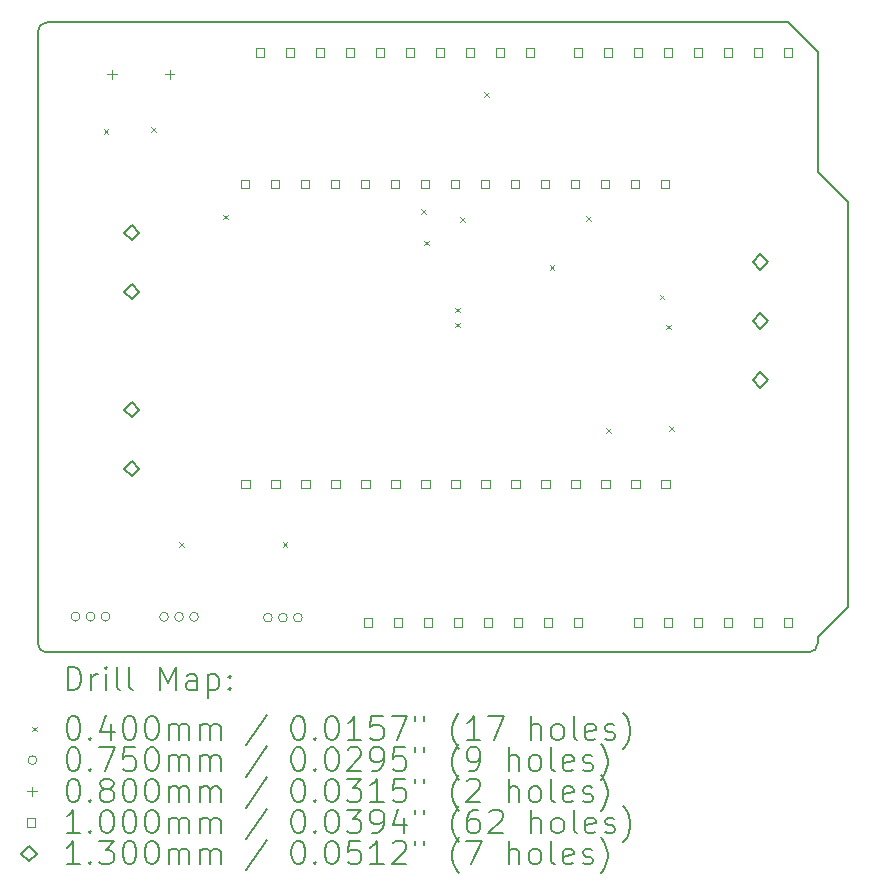
<source format=gbr>
%TF.GenerationSoftware,KiCad,Pcbnew,8.0.2-1*%
%TF.CreationDate,2024-05-27T06:20:31-04:00*%
%TF.ProjectId,ORA_Arduino_ESP_CAN_Shield_Rev_2,4f52415f-4172-4647-9569-6e6f5f455350,rev?*%
%TF.SameCoordinates,Original*%
%TF.FileFunction,Drillmap*%
%TF.FilePolarity,Positive*%
%FSLAX45Y45*%
G04 Gerber Fmt 4.5, Leading zero omitted, Abs format (unit mm)*
G04 Created by KiCad (PCBNEW 8.0.2-1) date 2024-05-27 06:20:31*
%MOMM*%
%LPD*%
G01*
G04 APERTURE LIST*
%ADD10C,0.150000*%
%ADD11C,0.200000*%
%ADD12C,0.100000*%
%ADD13C,0.130000*%
G04 APERTURE END LIST*
D10*
X16604000Y-5936000D02*
X16858000Y-6190000D01*
X10000000Y-9923800D02*
X10000000Y-4742200D01*
X16858000Y-6190000D02*
X16858000Y-9619000D01*
X16527800Y-10000000D02*
X10076200Y-10000000D01*
X10076200Y-4666000D02*
X16350000Y-4666000D01*
X10076200Y-10000000D02*
G75*
G02*
X10000000Y-9923800I0J76200D01*
G01*
X16858000Y-9619000D02*
X16604000Y-9873000D01*
X16350000Y-4666000D02*
X16604000Y-4920000D01*
X16604000Y-9923800D02*
G75*
G02*
X16527800Y-10000000I-76200J0D01*
G01*
X16604000Y-4920000D02*
X16604000Y-5936000D01*
X16604000Y-9873000D02*
X16604000Y-9923800D01*
X10000000Y-4742200D02*
G75*
G02*
X10076200Y-4666000I76200J0D01*
G01*
D11*
D12*
X10559000Y-5571000D02*
X10599000Y-5611000D01*
X10599000Y-5571000D02*
X10559000Y-5611000D01*
X10960000Y-5550000D02*
X11000000Y-5590000D01*
X11000000Y-5550000D02*
X10960000Y-5590000D01*
X11199000Y-9064000D02*
X11239000Y-9104000D01*
X11239000Y-9064000D02*
X11199000Y-9104000D01*
X11571000Y-6293000D02*
X11611000Y-6333000D01*
X11611000Y-6293000D02*
X11571000Y-6333000D01*
X12074000Y-9065000D02*
X12114000Y-9105000D01*
X12114000Y-9065000D02*
X12074000Y-9105000D01*
X13248000Y-6245000D02*
X13288000Y-6285000D01*
X13288000Y-6245000D02*
X13248000Y-6285000D01*
X13272000Y-6514000D02*
X13312000Y-6554000D01*
X13312000Y-6514000D02*
X13272000Y-6554000D01*
X13533000Y-7080000D02*
X13573000Y-7120000D01*
X13573000Y-7080000D02*
X13533000Y-7120000D01*
X13533000Y-7207000D02*
X13573000Y-7247000D01*
X13573000Y-7207000D02*
X13533000Y-7247000D01*
X13576000Y-6316000D02*
X13616000Y-6356000D01*
X13616000Y-6316000D02*
X13576000Y-6356000D01*
X13779000Y-5256000D02*
X13819000Y-5296000D01*
X13819000Y-5256000D02*
X13779000Y-5296000D01*
X14334000Y-6718000D02*
X14374000Y-6758000D01*
X14374000Y-6718000D02*
X14334000Y-6758000D01*
X14642000Y-6304000D02*
X14682000Y-6344000D01*
X14682000Y-6304000D02*
X14642000Y-6344000D01*
X14813000Y-8099000D02*
X14853000Y-8139000D01*
X14853000Y-8099000D02*
X14813000Y-8139000D01*
X15266000Y-6971000D02*
X15306000Y-7011000D01*
X15306000Y-6971000D02*
X15266000Y-7011000D01*
X15320000Y-7224000D02*
X15360000Y-7264000D01*
X15360000Y-7224000D02*
X15320000Y-7264000D01*
X15346000Y-8083000D02*
X15386000Y-8123000D01*
X15386000Y-8083000D02*
X15346000Y-8123000D01*
X10357500Y-9696000D02*
G75*
G02*
X10282500Y-9696000I-37500J0D01*
G01*
X10282500Y-9696000D02*
G75*
G02*
X10357500Y-9696000I37500J0D01*
G01*
X10484500Y-9696000D02*
G75*
G02*
X10409500Y-9696000I-37500J0D01*
G01*
X10409500Y-9696000D02*
G75*
G02*
X10484500Y-9696000I37500J0D01*
G01*
X10611500Y-9696000D02*
G75*
G02*
X10536500Y-9696000I-37500J0D01*
G01*
X10536500Y-9696000D02*
G75*
G02*
X10611500Y-9696000I37500J0D01*
G01*
X11107500Y-9698000D02*
G75*
G02*
X11032500Y-9698000I-37500J0D01*
G01*
X11032500Y-9698000D02*
G75*
G02*
X11107500Y-9698000I37500J0D01*
G01*
X11234500Y-9698000D02*
G75*
G02*
X11159500Y-9698000I-37500J0D01*
G01*
X11159500Y-9698000D02*
G75*
G02*
X11234500Y-9698000I37500J0D01*
G01*
X11361500Y-9698000D02*
G75*
G02*
X11286500Y-9698000I-37500J0D01*
G01*
X11286500Y-9698000D02*
G75*
G02*
X11361500Y-9698000I37500J0D01*
G01*
X11986500Y-9705000D02*
G75*
G02*
X11911500Y-9705000I-37500J0D01*
G01*
X11911500Y-9705000D02*
G75*
G02*
X11986500Y-9705000I37500J0D01*
G01*
X12113500Y-9705000D02*
G75*
G02*
X12038500Y-9705000I-37500J0D01*
G01*
X12038500Y-9705000D02*
G75*
G02*
X12113500Y-9705000I37500J0D01*
G01*
X12240500Y-9705000D02*
G75*
G02*
X12165500Y-9705000I-37500J0D01*
G01*
X12165500Y-9705000D02*
G75*
G02*
X12240500Y-9705000I37500J0D01*
G01*
X10628000Y-5065000D02*
X10628000Y-5145000D01*
X10588000Y-5105000D02*
X10668000Y-5105000D01*
X11116000Y-5065000D02*
X11116000Y-5145000D01*
X11076000Y-5105000D02*
X11156000Y-5105000D01*
X11791356Y-6068356D02*
X11791356Y-5997644D01*
X11720644Y-5997644D01*
X11720644Y-6068356D01*
X11791356Y-6068356D01*
X11793356Y-8608356D02*
X11793356Y-8537644D01*
X11722644Y-8537644D01*
X11722644Y-8608356D01*
X11793356Y-8608356D01*
X11914956Y-4955356D02*
X11914956Y-4884644D01*
X11844244Y-4884644D01*
X11844244Y-4955356D01*
X11914956Y-4955356D01*
X12045356Y-6068356D02*
X12045356Y-5997644D01*
X11974644Y-5997644D01*
X11974644Y-6068356D01*
X12045356Y-6068356D01*
X12047356Y-8608356D02*
X12047356Y-8537644D01*
X11976644Y-8537644D01*
X11976644Y-8608356D01*
X12047356Y-8608356D01*
X12168956Y-4955356D02*
X12168956Y-4884644D01*
X12098244Y-4884644D01*
X12098244Y-4955356D01*
X12168956Y-4955356D01*
X12299356Y-6068356D02*
X12299356Y-5997644D01*
X12228644Y-5997644D01*
X12228644Y-6068356D01*
X12299356Y-6068356D01*
X12301356Y-8608356D02*
X12301356Y-8537644D01*
X12230644Y-8537644D01*
X12230644Y-8608356D01*
X12301356Y-8608356D01*
X12422956Y-4955356D02*
X12422956Y-4884644D01*
X12352244Y-4884644D01*
X12352244Y-4955356D01*
X12422956Y-4955356D01*
X12553356Y-6068356D02*
X12553356Y-5997644D01*
X12482644Y-5997644D01*
X12482644Y-6068356D01*
X12553356Y-6068356D01*
X12555356Y-8608356D02*
X12555356Y-8537644D01*
X12484644Y-8537644D01*
X12484644Y-8608356D01*
X12555356Y-8608356D01*
X12676956Y-4955356D02*
X12676956Y-4884644D01*
X12606244Y-4884644D01*
X12606244Y-4955356D01*
X12676956Y-4955356D01*
X12807356Y-6068356D02*
X12807356Y-5997644D01*
X12736644Y-5997644D01*
X12736644Y-6068356D01*
X12807356Y-6068356D01*
X12809356Y-8608356D02*
X12809356Y-8537644D01*
X12738644Y-8537644D01*
X12738644Y-8608356D01*
X12809356Y-8608356D01*
X12829356Y-9781356D02*
X12829356Y-9710644D01*
X12758644Y-9710644D01*
X12758644Y-9781356D01*
X12829356Y-9781356D01*
X12930956Y-4955356D02*
X12930956Y-4884644D01*
X12860244Y-4884644D01*
X12860244Y-4955356D01*
X12930956Y-4955356D01*
X13061356Y-6068356D02*
X13061356Y-5997644D01*
X12990644Y-5997644D01*
X12990644Y-6068356D01*
X13061356Y-6068356D01*
X13063356Y-8608356D02*
X13063356Y-8537644D01*
X12992644Y-8537644D01*
X12992644Y-8608356D01*
X13063356Y-8608356D01*
X13083356Y-9781356D02*
X13083356Y-9710644D01*
X13012644Y-9710644D01*
X13012644Y-9781356D01*
X13083356Y-9781356D01*
X13184956Y-4955356D02*
X13184956Y-4884644D01*
X13114244Y-4884644D01*
X13114244Y-4955356D01*
X13184956Y-4955356D01*
X13315356Y-6068356D02*
X13315356Y-5997644D01*
X13244644Y-5997644D01*
X13244644Y-6068356D01*
X13315356Y-6068356D01*
X13317356Y-8608356D02*
X13317356Y-8537644D01*
X13246644Y-8537644D01*
X13246644Y-8608356D01*
X13317356Y-8608356D01*
X13337356Y-9781356D02*
X13337356Y-9710644D01*
X13266644Y-9710644D01*
X13266644Y-9781356D01*
X13337356Y-9781356D01*
X13438956Y-4955356D02*
X13438956Y-4884644D01*
X13368244Y-4884644D01*
X13368244Y-4955356D01*
X13438956Y-4955356D01*
X13569356Y-6068356D02*
X13569356Y-5997644D01*
X13498644Y-5997644D01*
X13498644Y-6068356D01*
X13569356Y-6068356D01*
X13571356Y-8608356D02*
X13571356Y-8537644D01*
X13500644Y-8537644D01*
X13500644Y-8608356D01*
X13571356Y-8608356D01*
X13591356Y-9781356D02*
X13591356Y-9710644D01*
X13520644Y-9710644D01*
X13520644Y-9781356D01*
X13591356Y-9781356D01*
X13692956Y-4955356D02*
X13692956Y-4884644D01*
X13622244Y-4884644D01*
X13622244Y-4955356D01*
X13692956Y-4955356D01*
X13823356Y-6068356D02*
X13823356Y-5997644D01*
X13752644Y-5997644D01*
X13752644Y-6068356D01*
X13823356Y-6068356D01*
X13825356Y-8608356D02*
X13825356Y-8537644D01*
X13754644Y-8537644D01*
X13754644Y-8608356D01*
X13825356Y-8608356D01*
X13845356Y-9781356D02*
X13845356Y-9710644D01*
X13774644Y-9710644D01*
X13774644Y-9781356D01*
X13845356Y-9781356D01*
X13946956Y-4955356D02*
X13946956Y-4884644D01*
X13876244Y-4884644D01*
X13876244Y-4955356D01*
X13946956Y-4955356D01*
X14077356Y-6068356D02*
X14077356Y-5997644D01*
X14006644Y-5997644D01*
X14006644Y-6068356D01*
X14077356Y-6068356D01*
X14079356Y-8608356D02*
X14079356Y-8537644D01*
X14008644Y-8537644D01*
X14008644Y-8608356D01*
X14079356Y-8608356D01*
X14099356Y-9781356D02*
X14099356Y-9710644D01*
X14028644Y-9710644D01*
X14028644Y-9781356D01*
X14099356Y-9781356D01*
X14200956Y-4955356D02*
X14200956Y-4884644D01*
X14130244Y-4884644D01*
X14130244Y-4955356D01*
X14200956Y-4955356D01*
X14331356Y-6068356D02*
X14331356Y-5997644D01*
X14260644Y-5997644D01*
X14260644Y-6068356D01*
X14331356Y-6068356D01*
X14333356Y-8608356D02*
X14333356Y-8537644D01*
X14262644Y-8537644D01*
X14262644Y-8608356D01*
X14333356Y-8608356D01*
X14353356Y-9781356D02*
X14353356Y-9710644D01*
X14282644Y-9710644D01*
X14282644Y-9781356D01*
X14353356Y-9781356D01*
X14585356Y-6068356D02*
X14585356Y-5997644D01*
X14514644Y-5997644D01*
X14514644Y-6068356D01*
X14585356Y-6068356D01*
X14587356Y-8608356D02*
X14587356Y-8537644D01*
X14516644Y-8537644D01*
X14516644Y-8608356D01*
X14587356Y-8608356D01*
X14607356Y-4955356D02*
X14607356Y-4884644D01*
X14536644Y-4884644D01*
X14536644Y-4955356D01*
X14607356Y-4955356D01*
X14607356Y-9781356D02*
X14607356Y-9710644D01*
X14536644Y-9710644D01*
X14536644Y-9781356D01*
X14607356Y-9781356D01*
X14839356Y-6068356D02*
X14839356Y-5997644D01*
X14768644Y-5997644D01*
X14768644Y-6068356D01*
X14839356Y-6068356D01*
X14841356Y-8608356D02*
X14841356Y-8537644D01*
X14770644Y-8537644D01*
X14770644Y-8608356D01*
X14841356Y-8608356D01*
X14861356Y-4955356D02*
X14861356Y-4884644D01*
X14790644Y-4884644D01*
X14790644Y-4955356D01*
X14861356Y-4955356D01*
X15093356Y-6068356D02*
X15093356Y-5997644D01*
X15022644Y-5997644D01*
X15022644Y-6068356D01*
X15093356Y-6068356D01*
X15095356Y-8608356D02*
X15095356Y-8537644D01*
X15024644Y-8537644D01*
X15024644Y-8608356D01*
X15095356Y-8608356D01*
X15115356Y-4955356D02*
X15115356Y-4884644D01*
X15044644Y-4884644D01*
X15044644Y-4955356D01*
X15115356Y-4955356D01*
X15115356Y-9781356D02*
X15115356Y-9710644D01*
X15044644Y-9710644D01*
X15044644Y-9781356D01*
X15115356Y-9781356D01*
X15347356Y-6068356D02*
X15347356Y-5997644D01*
X15276644Y-5997644D01*
X15276644Y-6068356D01*
X15347356Y-6068356D01*
X15349356Y-8608356D02*
X15349356Y-8537644D01*
X15278644Y-8537644D01*
X15278644Y-8608356D01*
X15349356Y-8608356D01*
X15369356Y-4955356D02*
X15369356Y-4884644D01*
X15298644Y-4884644D01*
X15298644Y-4955356D01*
X15369356Y-4955356D01*
X15369356Y-9781356D02*
X15369356Y-9710644D01*
X15298644Y-9710644D01*
X15298644Y-9781356D01*
X15369356Y-9781356D01*
X15623356Y-4955356D02*
X15623356Y-4884644D01*
X15552644Y-4884644D01*
X15552644Y-4955356D01*
X15623356Y-4955356D01*
X15623356Y-9781356D02*
X15623356Y-9710644D01*
X15552644Y-9710644D01*
X15552644Y-9781356D01*
X15623356Y-9781356D01*
X15877356Y-4955356D02*
X15877356Y-4884644D01*
X15806644Y-4884644D01*
X15806644Y-4955356D01*
X15877356Y-4955356D01*
X15877356Y-9781356D02*
X15877356Y-9710644D01*
X15806644Y-9710644D01*
X15806644Y-9781356D01*
X15877356Y-9781356D01*
X16131356Y-4955356D02*
X16131356Y-4884644D01*
X16060644Y-4884644D01*
X16060644Y-4955356D01*
X16131356Y-4955356D01*
X16131356Y-9781356D02*
X16131356Y-9710644D01*
X16060644Y-9710644D01*
X16060644Y-9781356D01*
X16131356Y-9781356D01*
X16385356Y-4955356D02*
X16385356Y-4884644D01*
X16314644Y-4884644D01*
X16314644Y-4955356D01*
X16385356Y-4955356D01*
X16385356Y-9781356D02*
X16385356Y-9710644D01*
X16314644Y-9710644D01*
X16314644Y-9781356D01*
X16385356Y-9781356D01*
D13*
X10796000Y-6510000D02*
X10861000Y-6445000D01*
X10796000Y-6380000D01*
X10731000Y-6445000D01*
X10796000Y-6510000D01*
X10796000Y-7010000D02*
X10861000Y-6945000D01*
X10796000Y-6880000D01*
X10731000Y-6945000D01*
X10796000Y-7010000D01*
X10796500Y-8010000D02*
X10861500Y-7945000D01*
X10796500Y-7880000D01*
X10731500Y-7945000D01*
X10796500Y-8010000D01*
X10796500Y-8510000D02*
X10861500Y-8445000D01*
X10796500Y-8380000D01*
X10731500Y-8445000D01*
X10796500Y-8510000D01*
X16119000Y-6759000D02*
X16184000Y-6694000D01*
X16119000Y-6629000D01*
X16054000Y-6694000D01*
X16119000Y-6759000D01*
X16119000Y-7259000D02*
X16184000Y-7194000D01*
X16119000Y-7129000D01*
X16054000Y-7194000D01*
X16119000Y-7259000D01*
X16119000Y-7759000D02*
X16184000Y-7694000D01*
X16119000Y-7629000D01*
X16054000Y-7694000D01*
X16119000Y-7759000D01*
D11*
X10253277Y-10318984D02*
X10253277Y-10118984D01*
X10253277Y-10118984D02*
X10300896Y-10118984D01*
X10300896Y-10118984D02*
X10329467Y-10128508D01*
X10329467Y-10128508D02*
X10348515Y-10147555D01*
X10348515Y-10147555D02*
X10358039Y-10166603D01*
X10358039Y-10166603D02*
X10367563Y-10204698D01*
X10367563Y-10204698D02*
X10367563Y-10233270D01*
X10367563Y-10233270D02*
X10358039Y-10271365D01*
X10358039Y-10271365D02*
X10348515Y-10290412D01*
X10348515Y-10290412D02*
X10329467Y-10309460D01*
X10329467Y-10309460D02*
X10300896Y-10318984D01*
X10300896Y-10318984D02*
X10253277Y-10318984D01*
X10453277Y-10318984D02*
X10453277Y-10185650D01*
X10453277Y-10223746D02*
X10462801Y-10204698D01*
X10462801Y-10204698D02*
X10472324Y-10195174D01*
X10472324Y-10195174D02*
X10491372Y-10185650D01*
X10491372Y-10185650D02*
X10510420Y-10185650D01*
X10577086Y-10318984D02*
X10577086Y-10185650D01*
X10577086Y-10118984D02*
X10567563Y-10128508D01*
X10567563Y-10128508D02*
X10577086Y-10138031D01*
X10577086Y-10138031D02*
X10586610Y-10128508D01*
X10586610Y-10128508D02*
X10577086Y-10118984D01*
X10577086Y-10118984D02*
X10577086Y-10138031D01*
X10700896Y-10318984D02*
X10681848Y-10309460D01*
X10681848Y-10309460D02*
X10672324Y-10290412D01*
X10672324Y-10290412D02*
X10672324Y-10118984D01*
X10805658Y-10318984D02*
X10786610Y-10309460D01*
X10786610Y-10309460D02*
X10777086Y-10290412D01*
X10777086Y-10290412D02*
X10777086Y-10118984D01*
X11034229Y-10318984D02*
X11034229Y-10118984D01*
X11034229Y-10118984D02*
X11100896Y-10261841D01*
X11100896Y-10261841D02*
X11167563Y-10118984D01*
X11167563Y-10118984D02*
X11167563Y-10318984D01*
X11348515Y-10318984D02*
X11348515Y-10214222D01*
X11348515Y-10214222D02*
X11338991Y-10195174D01*
X11338991Y-10195174D02*
X11319943Y-10185650D01*
X11319943Y-10185650D02*
X11281848Y-10185650D01*
X11281848Y-10185650D02*
X11262801Y-10195174D01*
X11348515Y-10309460D02*
X11329467Y-10318984D01*
X11329467Y-10318984D02*
X11281848Y-10318984D01*
X11281848Y-10318984D02*
X11262801Y-10309460D01*
X11262801Y-10309460D02*
X11253277Y-10290412D01*
X11253277Y-10290412D02*
X11253277Y-10271365D01*
X11253277Y-10271365D02*
X11262801Y-10252317D01*
X11262801Y-10252317D02*
X11281848Y-10242793D01*
X11281848Y-10242793D02*
X11329467Y-10242793D01*
X11329467Y-10242793D02*
X11348515Y-10233270D01*
X11443753Y-10185650D02*
X11443753Y-10385650D01*
X11443753Y-10195174D02*
X11462801Y-10185650D01*
X11462801Y-10185650D02*
X11500896Y-10185650D01*
X11500896Y-10185650D02*
X11519943Y-10195174D01*
X11519943Y-10195174D02*
X11529467Y-10204698D01*
X11529467Y-10204698D02*
X11538991Y-10223746D01*
X11538991Y-10223746D02*
X11538991Y-10280889D01*
X11538991Y-10280889D02*
X11529467Y-10299936D01*
X11529467Y-10299936D02*
X11519943Y-10309460D01*
X11519943Y-10309460D02*
X11500896Y-10318984D01*
X11500896Y-10318984D02*
X11462801Y-10318984D01*
X11462801Y-10318984D02*
X11443753Y-10309460D01*
X11624705Y-10299936D02*
X11634229Y-10309460D01*
X11634229Y-10309460D02*
X11624705Y-10318984D01*
X11624705Y-10318984D02*
X11615182Y-10309460D01*
X11615182Y-10309460D02*
X11624705Y-10299936D01*
X11624705Y-10299936D02*
X11624705Y-10318984D01*
X11624705Y-10195174D02*
X11634229Y-10204698D01*
X11634229Y-10204698D02*
X11624705Y-10214222D01*
X11624705Y-10214222D02*
X11615182Y-10204698D01*
X11615182Y-10204698D02*
X11624705Y-10195174D01*
X11624705Y-10195174D02*
X11624705Y-10214222D01*
D12*
X9952500Y-10627500D02*
X9992500Y-10667500D01*
X9992500Y-10627500D02*
X9952500Y-10667500D01*
D11*
X10291372Y-10538984D02*
X10310420Y-10538984D01*
X10310420Y-10538984D02*
X10329467Y-10548508D01*
X10329467Y-10548508D02*
X10338991Y-10558031D01*
X10338991Y-10558031D02*
X10348515Y-10577079D01*
X10348515Y-10577079D02*
X10358039Y-10615174D01*
X10358039Y-10615174D02*
X10358039Y-10662793D01*
X10358039Y-10662793D02*
X10348515Y-10700889D01*
X10348515Y-10700889D02*
X10338991Y-10719936D01*
X10338991Y-10719936D02*
X10329467Y-10729460D01*
X10329467Y-10729460D02*
X10310420Y-10738984D01*
X10310420Y-10738984D02*
X10291372Y-10738984D01*
X10291372Y-10738984D02*
X10272324Y-10729460D01*
X10272324Y-10729460D02*
X10262801Y-10719936D01*
X10262801Y-10719936D02*
X10253277Y-10700889D01*
X10253277Y-10700889D02*
X10243753Y-10662793D01*
X10243753Y-10662793D02*
X10243753Y-10615174D01*
X10243753Y-10615174D02*
X10253277Y-10577079D01*
X10253277Y-10577079D02*
X10262801Y-10558031D01*
X10262801Y-10558031D02*
X10272324Y-10548508D01*
X10272324Y-10548508D02*
X10291372Y-10538984D01*
X10443753Y-10719936D02*
X10453277Y-10729460D01*
X10453277Y-10729460D02*
X10443753Y-10738984D01*
X10443753Y-10738984D02*
X10434229Y-10729460D01*
X10434229Y-10729460D02*
X10443753Y-10719936D01*
X10443753Y-10719936D02*
X10443753Y-10738984D01*
X10624705Y-10605650D02*
X10624705Y-10738984D01*
X10577086Y-10529460D02*
X10529467Y-10672317D01*
X10529467Y-10672317D02*
X10653277Y-10672317D01*
X10767563Y-10538984D02*
X10786610Y-10538984D01*
X10786610Y-10538984D02*
X10805658Y-10548508D01*
X10805658Y-10548508D02*
X10815182Y-10558031D01*
X10815182Y-10558031D02*
X10824705Y-10577079D01*
X10824705Y-10577079D02*
X10834229Y-10615174D01*
X10834229Y-10615174D02*
X10834229Y-10662793D01*
X10834229Y-10662793D02*
X10824705Y-10700889D01*
X10824705Y-10700889D02*
X10815182Y-10719936D01*
X10815182Y-10719936D02*
X10805658Y-10729460D01*
X10805658Y-10729460D02*
X10786610Y-10738984D01*
X10786610Y-10738984D02*
X10767563Y-10738984D01*
X10767563Y-10738984D02*
X10748515Y-10729460D01*
X10748515Y-10729460D02*
X10738991Y-10719936D01*
X10738991Y-10719936D02*
X10729467Y-10700889D01*
X10729467Y-10700889D02*
X10719944Y-10662793D01*
X10719944Y-10662793D02*
X10719944Y-10615174D01*
X10719944Y-10615174D02*
X10729467Y-10577079D01*
X10729467Y-10577079D02*
X10738991Y-10558031D01*
X10738991Y-10558031D02*
X10748515Y-10548508D01*
X10748515Y-10548508D02*
X10767563Y-10538984D01*
X10958039Y-10538984D02*
X10977086Y-10538984D01*
X10977086Y-10538984D02*
X10996134Y-10548508D01*
X10996134Y-10548508D02*
X11005658Y-10558031D01*
X11005658Y-10558031D02*
X11015182Y-10577079D01*
X11015182Y-10577079D02*
X11024705Y-10615174D01*
X11024705Y-10615174D02*
X11024705Y-10662793D01*
X11024705Y-10662793D02*
X11015182Y-10700889D01*
X11015182Y-10700889D02*
X11005658Y-10719936D01*
X11005658Y-10719936D02*
X10996134Y-10729460D01*
X10996134Y-10729460D02*
X10977086Y-10738984D01*
X10977086Y-10738984D02*
X10958039Y-10738984D01*
X10958039Y-10738984D02*
X10938991Y-10729460D01*
X10938991Y-10729460D02*
X10929467Y-10719936D01*
X10929467Y-10719936D02*
X10919944Y-10700889D01*
X10919944Y-10700889D02*
X10910420Y-10662793D01*
X10910420Y-10662793D02*
X10910420Y-10615174D01*
X10910420Y-10615174D02*
X10919944Y-10577079D01*
X10919944Y-10577079D02*
X10929467Y-10558031D01*
X10929467Y-10558031D02*
X10938991Y-10548508D01*
X10938991Y-10548508D02*
X10958039Y-10538984D01*
X11110420Y-10738984D02*
X11110420Y-10605650D01*
X11110420Y-10624698D02*
X11119944Y-10615174D01*
X11119944Y-10615174D02*
X11138991Y-10605650D01*
X11138991Y-10605650D02*
X11167563Y-10605650D01*
X11167563Y-10605650D02*
X11186610Y-10615174D01*
X11186610Y-10615174D02*
X11196134Y-10634222D01*
X11196134Y-10634222D02*
X11196134Y-10738984D01*
X11196134Y-10634222D02*
X11205658Y-10615174D01*
X11205658Y-10615174D02*
X11224705Y-10605650D01*
X11224705Y-10605650D02*
X11253277Y-10605650D01*
X11253277Y-10605650D02*
X11272324Y-10615174D01*
X11272324Y-10615174D02*
X11281848Y-10634222D01*
X11281848Y-10634222D02*
X11281848Y-10738984D01*
X11377086Y-10738984D02*
X11377086Y-10605650D01*
X11377086Y-10624698D02*
X11386610Y-10615174D01*
X11386610Y-10615174D02*
X11405658Y-10605650D01*
X11405658Y-10605650D02*
X11434229Y-10605650D01*
X11434229Y-10605650D02*
X11453277Y-10615174D01*
X11453277Y-10615174D02*
X11462801Y-10634222D01*
X11462801Y-10634222D02*
X11462801Y-10738984D01*
X11462801Y-10634222D02*
X11472324Y-10615174D01*
X11472324Y-10615174D02*
X11491372Y-10605650D01*
X11491372Y-10605650D02*
X11519943Y-10605650D01*
X11519943Y-10605650D02*
X11538991Y-10615174D01*
X11538991Y-10615174D02*
X11548515Y-10634222D01*
X11548515Y-10634222D02*
X11548515Y-10738984D01*
X11938991Y-10529460D02*
X11767563Y-10786603D01*
X12196134Y-10538984D02*
X12215182Y-10538984D01*
X12215182Y-10538984D02*
X12234229Y-10548508D01*
X12234229Y-10548508D02*
X12243753Y-10558031D01*
X12243753Y-10558031D02*
X12253277Y-10577079D01*
X12253277Y-10577079D02*
X12262801Y-10615174D01*
X12262801Y-10615174D02*
X12262801Y-10662793D01*
X12262801Y-10662793D02*
X12253277Y-10700889D01*
X12253277Y-10700889D02*
X12243753Y-10719936D01*
X12243753Y-10719936D02*
X12234229Y-10729460D01*
X12234229Y-10729460D02*
X12215182Y-10738984D01*
X12215182Y-10738984D02*
X12196134Y-10738984D01*
X12196134Y-10738984D02*
X12177086Y-10729460D01*
X12177086Y-10729460D02*
X12167563Y-10719936D01*
X12167563Y-10719936D02*
X12158039Y-10700889D01*
X12158039Y-10700889D02*
X12148515Y-10662793D01*
X12148515Y-10662793D02*
X12148515Y-10615174D01*
X12148515Y-10615174D02*
X12158039Y-10577079D01*
X12158039Y-10577079D02*
X12167563Y-10558031D01*
X12167563Y-10558031D02*
X12177086Y-10548508D01*
X12177086Y-10548508D02*
X12196134Y-10538984D01*
X12348515Y-10719936D02*
X12358039Y-10729460D01*
X12358039Y-10729460D02*
X12348515Y-10738984D01*
X12348515Y-10738984D02*
X12338991Y-10729460D01*
X12338991Y-10729460D02*
X12348515Y-10719936D01*
X12348515Y-10719936D02*
X12348515Y-10738984D01*
X12481848Y-10538984D02*
X12500896Y-10538984D01*
X12500896Y-10538984D02*
X12519944Y-10548508D01*
X12519944Y-10548508D02*
X12529467Y-10558031D01*
X12529467Y-10558031D02*
X12538991Y-10577079D01*
X12538991Y-10577079D02*
X12548515Y-10615174D01*
X12548515Y-10615174D02*
X12548515Y-10662793D01*
X12548515Y-10662793D02*
X12538991Y-10700889D01*
X12538991Y-10700889D02*
X12529467Y-10719936D01*
X12529467Y-10719936D02*
X12519944Y-10729460D01*
X12519944Y-10729460D02*
X12500896Y-10738984D01*
X12500896Y-10738984D02*
X12481848Y-10738984D01*
X12481848Y-10738984D02*
X12462801Y-10729460D01*
X12462801Y-10729460D02*
X12453277Y-10719936D01*
X12453277Y-10719936D02*
X12443753Y-10700889D01*
X12443753Y-10700889D02*
X12434229Y-10662793D01*
X12434229Y-10662793D02*
X12434229Y-10615174D01*
X12434229Y-10615174D02*
X12443753Y-10577079D01*
X12443753Y-10577079D02*
X12453277Y-10558031D01*
X12453277Y-10558031D02*
X12462801Y-10548508D01*
X12462801Y-10548508D02*
X12481848Y-10538984D01*
X12738991Y-10738984D02*
X12624706Y-10738984D01*
X12681848Y-10738984D02*
X12681848Y-10538984D01*
X12681848Y-10538984D02*
X12662801Y-10567555D01*
X12662801Y-10567555D02*
X12643753Y-10586603D01*
X12643753Y-10586603D02*
X12624706Y-10596127D01*
X12919944Y-10538984D02*
X12824706Y-10538984D01*
X12824706Y-10538984D02*
X12815182Y-10634222D01*
X12815182Y-10634222D02*
X12824706Y-10624698D01*
X12824706Y-10624698D02*
X12843753Y-10615174D01*
X12843753Y-10615174D02*
X12891372Y-10615174D01*
X12891372Y-10615174D02*
X12910420Y-10624698D01*
X12910420Y-10624698D02*
X12919944Y-10634222D01*
X12919944Y-10634222D02*
X12929467Y-10653270D01*
X12929467Y-10653270D02*
X12929467Y-10700889D01*
X12929467Y-10700889D02*
X12919944Y-10719936D01*
X12919944Y-10719936D02*
X12910420Y-10729460D01*
X12910420Y-10729460D02*
X12891372Y-10738984D01*
X12891372Y-10738984D02*
X12843753Y-10738984D01*
X12843753Y-10738984D02*
X12824706Y-10729460D01*
X12824706Y-10729460D02*
X12815182Y-10719936D01*
X12996134Y-10538984D02*
X13129467Y-10538984D01*
X13129467Y-10538984D02*
X13043753Y-10738984D01*
X13196134Y-10538984D02*
X13196134Y-10577079D01*
X13272325Y-10538984D02*
X13272325Y-10577079D01*
X13567563Y-10815174D02*
X13558039Y-10805650D01*
X13558039Y-10805650D02*
X13538991Y-10777079D01*
X13538991Y-10777079D02*
X13529468Y-10758031D01*
X13529468Y-10758031D02*
X13519944Y-10729460D01*
X13519944Y-10729460D02*
X13510420Y-10681841D01*
X13510420Y-10681841D02*
X13510420Y-10643746D01*
X13510420Y-10643746D02*
X13519944Y-10596127D01*
X13519944Y-10596127D02*
X13529468Y-10567555D01*
X13529468Y-10567555D02*
X13538991Y-10548508D01*
X13538991Y-10548508D02*
X13558039Y-10519936D01*
X13558039Y-10519936D02*
X13567563Y-10510412D01*
X13748515Y-10738984D02*
X13634229Y-10738984D01*
X13691372Y-10738984D02*
X13691372Y-10538984D01*
X13691372Y-10538984D02*
X13672325Y-10567555D01*
X13672325Y-10567555D02*
X13653277Y-10586603D01*
X13653277Y-10586603D02*
X13634229Y-10596127D01*
X13815182Y-10538984D02*
X13948515Y-10538984D01*
X13948515Y-10538984D02*
X13862801Y-10738984D01*
X14177087Y-10738984D02*
X14177087Y-10538984D01*
X14262801Y-10738984D02*
X14262801Y-10634222D01*
X14262801Y-10634222D02*
X14253277Y-10615174D01*
X14253277Y-10615174D02*
X14234230Y-10605650D01*
X14234230Y-10605650D02*
X14205658Y-10605650D01*
X14205658Y-10605650D02*
X14186610Y-10615174D01*
X14186610Y-10615174D02*
X14177087Y-10624698D01*
X14386610Y-10738984D02*
X14367563Y-10729460D01*
X14367563Y-10729460D02*
X14358039Y-10719936D01*
X14358039Y-10719936D02*
X14348515Y-10700889D01*
X14348515Y-10700889D02*
X14348515Y-10643746D01*
X14348515Y-10643746D02*
X14358039Y-10624698D01*
X14358039Y-10624698D02*
X14367563Y-10615174D01*
X14367563Y-10615174D02*
X14386610Y-10605650D01*
X14386610Y-10605650D02*
X14415182Y-10605650D01*
X14415182Y-10605650D02*
X14434230Y-10615174D01*
X14434230Y-10615174D02*
X14443753Y-10624698D01*
X14443753Y-10624698D02*
X14453277Y-10643746D01*
X14453277Y-10643746D02*
X14453277Y-10700889D01*
X14453277Y-10700889D02*
X14443753Y-10719936D01*
X14443753Y-10719936D02*
X14434230Y-10729460D01*
X14434230Y-10729460D02*
X14415182Y-10738984D01*
X14415182Y-10738984D02*
X14386610Y-10738984D01*
X14567563Y-10738984D02*
X14548515Y-10729460D01*
X14548515Y-10729460D02*
X14538991Y-10710412D01*
X14538991Y-10710412D02*
X14538991Y-10538984D01*
X14719944Y-10729460D02*
X14700896Y-10738984D01*
X14700896Y-10738984D02*
X14662801Y-10738984D01*
X14662801Y-10738984D02*
X14643753Y-10729460D01*
X14643753Y-10729460D02*
X14634230Y-10710412D01*
X14634230Y-10710412D02*
X14634230Y-10634222D01*
X14634230Y-10634222D02*
X14643753Y-10615174D01*
X14643753Y-10615174D02*
X14662801Y-10605650D01*
X14662801Y-10605650D02*
X14700896Y-10605650D01*
X14700896Y-10605650D02*
X14719944Y-10615174D01*
X14719944Y-10615174D02*
X14729468Y-10634222D01*
X14729468Y-10634222D02*
X14729468Y-10653270D01*
X14729468Y-10653270D02*
X14634230Y-10672317D01*
X14805658Y-10729460D02*
X14824706Y-10738984D01*
X14824706Y-10738984D02*
X14862801Y-10738984D01*
X14862801Y-10738984D02*
X14881849Y-10729460D01*
X14881849Y-10729460D02*
X14891372Y-10710412D01*
X14891372Y-10710412D02*
X14891372Y-10700889D01*
X14891372Y-10700889D02*
X14881849Y-10681841D01*
X14881849Y-10681841D02*
X14862801Y-10672317D01*
X14862801Y-10672317D02*
X14834230Y-10672317D01*
X14834230Y-10672317D02*
X14815182Y-10662793D01*
X14815182Y-10662793D02*
X14805658Y-10643746D01*
X14805658Y-10643746D02*
X14805658Y-10634222D01*
X14805658Y-10634222D02*
X14815182Y-10615174D01*
X14815182Y-10615174D02*
X14834230Y-10605650D01*
X14834230Y-10605650D02*
X14862801Y-10605650D01*
X14862801Y-10605650D02*
X14881849Y-10615174D01*
X14958039Y-10815174D02*
X14967563Y-10805650D01*
X14967563Y-10805650D02*
X14986611Y-10777079D01*
X14986611Y-10777079D02*
X14996134Y-10758031D01*
X14996134Y-10758031D02*
X15005658Y-10729460D01*
X15005658Y-10729460D02*
X15015182Y-10681841D01*
X15015182Y-10681841D02*
X15015182Y-10643746D01*
X15015182Y-10643746D02*
X15005658Y-10596127D01*
X15005658Y-10596127D02*
X14996134Y-10567555D01*
X14996134Y-10567555D02*
X14986611Y-10548508D01*
X14986611Y-10548508D02*
X14967563Y-10519936D01*
X14967563Y-10519936D02*
X14958039Y-10510412D01*
D12*
X9992500Y-10911500D02*
G75*
G02*
X9917500Y-10911500I-37500J0D01*
G01*
X9917500Y-10911500D02*
G75*
G02*
X9992500Y-10911500I37500J0D01*
G01*
D11*
X10291372Y-10802984D02*
X10310420Y-10802984D01*
X10310420Y-10802984D02*
X10329467Y-10812508D01*
X10329467Y-10812508D02*
X10338991Y-10822031D01*
X10338991Y-10822031D02*
X10348515Y-10841079D01*
X10348515Y-10841079D02*
X10358039Y-10879174D01*
X10358039Y-10879174D02*
X10358039Y-10926793D01*
X10358039Y-10926793D02*
X10348515Y-10964889D01*
X10348515Y-10964889D02*
X10338991Y-10983936D01*
X10338991Y-10983936D02*
X10329467Y-10993460D01*
X10329467Y-10993460D02*
X10310420Y-11002984D01*
X10310420Y-11002984D02*
X10291372Y-11002984D01*
X10291372Y-11002984D02*
X10272324Y-10993460D01*
X10272324Y-10993460D02*
X10262801Y-10983936D01*
X10262801Y-10983936D02*
X10253277Y-10964889D01*
X10253277Y-10964889D02*
X10243753Y-10926793D01*
X10243753Y-10926793D02*
X10243753Y-10879174D01*
X10243753Y-10879174D02*
X10253277Y-10841079D01*
X10253277Y-10841079D02*
X10262801Y-10822031D01*
X10262801Y-10822031D02*
X10272324Y-10812508D01*
X10272324Y-10812508D02*
X10291372Y-10802984D01*
X10443753Y-10983936D02*
X10453277Y-10993460D01*
X10453277Y-10993460D02*
X10443753Y-11002984D01*
X10443753Y-11002984D02*
X10434229Y-10993460D01*
X10434229Y-10993460D02*
X10443753Y-10983936D01*
X10443753Y-10983936D02*
X10443753Y-11002984D01*
X10519944Y-10802984D02*
X10653277Y-10802984D01*
X10653277Y-10802984D02*
X10567563Y-11002984D01*
X10824705Y-10802984D02*
X10729467Y-10802984D01*
X10729467Y-10802984D02*
X10719944Y-10898222D01*
X10719944Y-10898222D02*
X10729467Y-10888698D01*
X10729467Y-10888698D02*
X10748515Y-10879174D01*
X10748515Y-10879174D02*
X10796134Y-10879174D01*
X10796134Y-10879174D02*
X10815182Y-10888698D01*
X10815182Y-10888698D02*
X10824705Y-10898222D01*
X10824705Y-10898222D02*
X10834229Y-10917270D01*
X10834229Y-10917270D02*
X10834229Y-10964889D01*
X10834229Y-10964889D02*
X10824705Y-10983936D01*
X10824705Y-10983936D02*
X10815182Y-10993460D01*
X10815182Y-10993460D02*
X10796134Y-11002984D01*
X10796134Y-11002984D02*
X10748515Y-11002984D01*
X10748515Y-11002984D02*
X10729467Y-10993460D01*
X10729467Y-10993460D02*
X10719944Y-10983936D01*
X10958039Y-10802984D02*
X10977086Y-10802984D01*
X10977086Y-10802984D02*
X10996134Y-10812508D01*
X10996134Y-10812508D02*
X11005658Y-10822031D01*
X11005658Y-10822031D02*
X11015182Y-10841079D01*
X11015182Y-10841079D02*
X11024705Y-10879174D01*
X11024705Y-10879174D02*
X11024705Y-10926793D01*
X11024705Y-10926793D02*
X11015182Y-10964889D01*
X11015182Y-10964889D02*
X11005658Y-10983936D01*
X11005658Y-10983936D02*
X10996134Y-10993460D01*
X10996134Y-10993460D02*
X10977086Y-11002984D01*
X10977086Y-11002984D02*
X10958039Y-11002984D01*
X10958039Y-11002984D02*
X10938991Y-10993460D01*
X10938991Y-10993460D02*
X10929467Y-10983936D01*
X10929467Y-10983936D02*
X10919944Y-10964889D01*
X10919944Y-10964889D02*
X10910420Y-10926793D01*
X10910420Y-10926793D02*
X10910420Y-10879174D01*
X10910420Y-10879174D02*
X10919944Y-10841079D01*
X10919944Y-10841079D02*
X10929467Y-10822031D01*
X10929467Y-10822031D02*
X10938991Y-10812508D01*
X10938991Y-10812508D02*
X10958039Y-10802984D01*
X11110420Y-11002984D02*
X11110420Y-10869650D01*
X11110420Y-10888698D02*
X11119944Y-10879174D01*
X11119944Y-10879174D02*
X11138991Y-10869650D01*
X11138991Y-10869650D02*
X11167563Y-10869650D01*
X11167563Y-10869650D02*
X11186610Y-10879174D01*
X11186610Y-10879174D02*
X11196134Y-10898222D01*
X11196134Y-10898222D02*
X11196134Y-11002984D01*
X11196134Y-10898222D02*
X11205658Y-10879174D01*
X11205658Y-10879174D02*
X11224705Y-10869650D01*
X11224705Y-10869650D02*
X11253277Y-10869650D01*
X11253277Y-10869650D02*
X11272324Y-10879174D01*
X11272324Y-10879174D02*
X11281848Y-10898222D01*
X11281848Y-10898222D02*
X11281848Y-11002984D01*
X11377086Y-11002984D02*
X11377086Y-10869650D01*
X11377086Y-10888698D02*
X11386610Y-10879174D01*
X11386610Y-10879174D02*
X11405658Y-10869650D01*
X11405658Y-10869650D02*
X11434229Y-10869650D01*
X11434229Y-10869650D02*
X11453277Y-10879174D01*
X11453277Y-10879174D02*
X11462801Y-10898222D01*
X11462801Y-10898222D02*
X11462801Y-11002984D01*
X11462801Y-10898222D02*
X11472324Y-10879174D01*
X11472324Y-10879174D02*
X11491372Y-10869650D01*
X11491372Y-10869650D02*
X11519943Y-10869650D01*
X11519943Y-10869650D02*
X11538991Y-10879174D01*
X11538991Y-10879174D02*
X11548515Y-10898222D01*
X11548515Y-10898222D02*
X11548515Y-11002984D01*
X11938991Y-10793460D02*
X11767563Y-11050603D01*
X12196134Y-10802984D02*
X12215182Y-10802984D01*
X12215182Y-10802984D02*
X12234229Y-10812508D01*
X12234229Y-10812508D02*
X12243753Y-10822031D01*
X12243753Y-10822031D02*
X12253277Y-10841079D01*
X12253277Y-10841079D02*
X12262801Y-10879174D01*
X12262801Y-10879174D02*
X12262801Y-10926793D01*
X12262801Y-10926793D02*
X12253277Y-10964889D01*
X12253277Y-10964889D02*
X12243753Y-10983936D01*
X12243753Y-10983936D02*
X12234229Y-10993460D01*
X12234229Y-10993460D02*
X12215182Y-11002984D01*
X12215182Y-11002984D02*
X12196134Y-11002984D01*
X12196134Y-11002984D02*
X12177086Y-10993460D01*
X12177086Y-10993460D02*
X12167563Y-10983936D01*
X12167563Y-10983936D02*
X12158039Y-10964889D01*
X12158039Y-10964889D02*
X12148515Y-10926793D01*
X12148515Y-10926793D02*
X12148515Y-10879174D01*
X12148515Y-10879174D02*
X12158039Y-10841079D01*
X12158039Y-10841079D02*
X12167563Y-10822031D01*
X12167563Y-10822031D02*
X12177086Y-10812508D01*
X12177086Y-10812508D02*
X12196134Y-10802984D01*
X12348515Y-10983936D02*
X12358039Y-10993460D01*
X12358039Y-10993460D02*
X12348515Y-11002984D01*
X12348515Y-11002984D02*
X12338991Y-10993460D01*
X12338991Y-10993460D02*
X12348515Y-10983936D01*
X12348515Y-10983936D02*
X12348515Y-11002984D01*
X12481848Y-10802984D02*
X12500896Y-10802984D01*
X12500896Y-10802984D02*
X12519944Y-10812508D01*
X12519944Y-10812508D02*
X12529467Y-10822031D01*
X12529467Y-10822031D02*
X12538991Y-10841079D01*
X12538991Y-10841079D02*
X12548515Y-10879174D01*
X12548515Y-10879174D02*
X12548515Y-10926793D01*
X12548515Y-10926793D02*
X12538991Y-10964889D01*
X12538991Y-10964889D02*
X12529467Y-10983936D01*
X12529467Y-10983936D02*
X12519944Y-10993460D01*
X12519944Y-10993460D02*
X12500896Y-11002984D01*
X12500896Y-11002984D02*
X12481848Y-11002984D01*
X12481848Y-11002984D02*
X12462801Y-10993460D01*
X12462801Y-10993460D02*
X12453277Y-10983936D01*
X12453277Y-10983936D02*
X12443753Y-10964889D01*
X12443753Y-10964889D02*
X12434229Y-10926793D01*
X12434229Y-10926793D02*
X12434229Y-10879174D01*
X12434229Y-10879174D02*
X12443753Y-10841079D01*
X12443753Y-10841079D02*
X12453277Y-10822031D01*
X12453277Y-10822031D02*
X12462801Y-10812508D01*
X12462801Y-10812508D02*
X12481848Y-10802984D01*
X12624706Y-10822031D02*
X12634229Y-10812508D01*
X12634229Y-10812508D02*
X12653277Y-10802984D01*
X12653277Y-10802984D02*
X12700896Y-10802984D01*
X12700896Y-10802984D02*
X12719944Y-10812508D01*
X12719944Y-10812508D02*
X12729467Y-10822031D01*
X12729467Y-10822031D02*
X12738991Y-10841079D01*
X12738991Y-10841079D02*
X12738991Y-10860127D01*
X12738991Y-10860127D02*
X12729467Y-10888698D01*
X12729467Y-10888698D02*
X12615182Y-11002984D01*
X12615182Y-11002984D02*
X12738991Y-11002984D01*
X12834229Y-11002984D02*
X12872325Y-11002984D01*
X12872325Y-11002984D02*
X12891372Y-10993460D01*
X12891372Y-10993460D02*
X12900896Y-10983936D01*
X12900896Y-10983936D02*
X12919944Y-10955365D01*
X12919944Y-10955365D02*
X12929467Y-10917270D01*
X12929467Y-10917270D02*
X12929467Y-10841079D01*
X12929467Y-10841079D02*
X12919944Y-10822031D01*
X12919944Y-10822031D02*
X12910420Y-10812508D01*
X12910420Y-10812508D02*
X12891372Y-10802984D01*
X12891372Y-10802984D02*
X12853277Y-10802984D01*
X12853277Y-10802984D02*
X12834229Y-10812508D01*
X12834229Y-10812508D02*
X12824706Y-10822031D01*
X12824706Y-10822031D02*
X12815182Y-10841079D01*
X12815182Y-10841079D02*
X12815182Y-10888698D01*
X12815182Y-10888698D02*
X12824706Y-10907746D01*
X12824706Y-10907746D02*
X12834229Y-10917270D01*
X12834229Y-10917270D02*
X12853277Y-10926793D01*
X12853277Y-10926793D02*
X12891372Y-10926793D01*
X12891372Y-10926793D02*
X12910420Y-10917270D01*
X12910420Y-10917270D02*
X12919944Y-10907746D01*
X12919944Y-10907746D02*
X12929467Y-10888698D01*
X13110420Y-10802984D02*
X13015182Y-10802984D01*
X13015182Y-10802984D02*
X13005658Y-10898222D01*
X13005658Y-10898222D02*
X13015182Y-10888698D01*
X13015182Y-10888698D02*
X13034229Y-10879174D01*
X13034229Y-10879174D02*
X13081848Y-10879174D01*
X13081848Y-10879174D02*
X13100896Y-10888698D01*
X13100896Y-10888698D02*
X13110420Y-10898222D01*
X13110420Y-10898222D02*
X13119944Y-10917270D01*
X13119944Y-10917270D02*
X13119944Y-10964889D01*
X13119944Y-10964889D02*
X13110420Y-10983936D01*
X13110420Y-10983936D02*
X13100896Y-10993460D01*
X13100896Y-10993460D02*
X13081848Y-11002984D01*
X13081848Y-11002984D02*
X13034229Y-11002984D01*
X13034229Y-11002984D02*
X13015182Y-10993460D01*
X13015182Y-10993460D02*
X13005658Y-10983936D01*
X13196134Y-10802984D02*
X13196134Y-10841079D01*
X13272325Y-10802984D02*
X13272325Y-10841079D01*
X13567563Y-11079174D02*
X13558039Y-11069650D01*
X13558039Y-11069650D02*
X13538991Y-11041079D01*
X13538991Y-11041079D02*
X13529468Y-11022031D01*
X13529468Y-11022031D02*
X13519944Y-10993460D01*
X13519944Y-10993460D02*
X13510420Y-10945841D01*
X13510420Y-10945841D02*
X13510420Y-10907746D01*
X13510420Y-10907746D02*
X13519944Y-10860127D01*
X13519944Y-10860127D02*
X13529468Y-10831555D01*
X13529468Y-10831555D02*
X13538991Y-10812508D01*
X13538991Y-10812508D02*
X13558039Y-10783936D01*
X13558039Y-10783936D02*
X13567563Y-10774412D01*
X13653277Y-11002984D02*
X13691372Y-11002984D01*
X13691372Y-11002984D02*
X13710420Y-10993460D01*
X13710420Y-10993460D02*
X13719944Y-10983936D01*
X13719944Y-10983936D02*
X13738991Y-10955365D01*
X13738991Y-10955365D02*
X13748515Y-10917270D01*
X13748515Y-10917270D02*
X13748515Y-10841079D01*
X13748515Y-10841079D02*
X13738991Y-10822031D01*
X13738991Y-10822031D02*
X13729468Y-10812508D01*
X13729468Y-10812508D02*
X13710420Y-10802984D01*
X13710420Y-10802984D02*
X13672325Y-10802984D01*
X13672325Y-10802984D02*
X13653277Y-10812508D01*
X13653277Y-10812508D02*
X13643753Y-10822031D01*
X13643753Y-10822031D02*
X13634229Y-10841079D01*
X13634229Y-10841079D02*
X13634229Y-10888698D01*
X13634229Y-10888698D02*
X13643753Y-10907746D01*
X13643753Y-10907746D02*
X13653277Y-10917270D01*
X13653277Y-10917270D02*
X13672325Y-10926793D01*
X13672325Y-10926793D02*
X13710420Y-10926793D01*
X13710420Y-10926793D02*
X13729468Y-10917270D01*
X13729468Y-10917270D02*
X13738991Y-10907746D01*
X13738991Y-10907746D02*
X13748515Y-10888698D01*
X13986610Y-11002984D02*
X13986610Y-10802984D01*
X14072325Y-11002984D02*
X14072325Y-10898222D01*
X14072325Y-10898222D02*
X14062801Y-10879174D01*
X14062801Y-10879174D02*
X14043753Y-10869650D01*
X14043753Y-10869650D02*
X14015182Y-10869650D01*
X14015182Y-10869650D02*
X13996134Y-10879174D01*
X13996134Y-10879174D02*
X13986610Y-10888698D01*
X14196134Y-11002984D02*
X14177087Y-10993460D01*
X14177087Y-10993460D02*
X14167563Y-10983936D01*
X14167563Y-10983936D02*
X14158039Y-10964889D01*
X14158039Y-10964889D02*
X14158039Y-10907746D01*
X14158039Y-10907746D02*
X14167563Y-10888698D01*
X14167563Y-10888698D02*
X14177087Y-10879174D01*
X14177087Y-10879174D02*
X14196134Y-10869650D01*
X14196134Y-10869650D02*
X14224706Y-10869650D01*
X14224706Y-10869650D02*
X14243753Y-10879174D01*
X14243753Y-10879174D02*
X14253277Y-10888698D01*
X14253277Y-10888698D02*
X14262801Y-10907746D01*
X14262801Y-10907746D02*
X14262801Y-10964889D01*
X14262801Y-10964889D02*
X14253277Y-10983936D01*
X14253277Y-10983936D02*
X14243753Y-10993460D01*
X14243753Y-10993460D02*
X14224706Y-11002984D01*
X14224706Y-11002984D02*
X14196134Y-11002984D01*
X14377087Y-11002984D02*
X14358039Y-10993460D01*
X14358039Y-10993460D02*
X14348515Y-10974412D01*
X14348515Y-10974412D02*
X14348515Y-10802984D01*
X14529468Y-10993460D02*
X14510420Y-11002984D01*
X14510420Y-11002984D02*
X14472325Y-11002984D01*
X14472325Y-11002984D02*
X14453277Y-10993460D01*
X14453277Y-10993460D02*
X14443753Y-10974412D01*
X14443753Y-10974412D02*
X14443753Y-10898222D01*
X14443753Y-10898222D02*
X14453277Y-10879174D01*
X14453277Y-10879174D02*
X14472325Y-10869650D01*
X14472325Y-10869650D02*
X14510420Y-10869650D01*
X14510420Y-10869650D02*
X14529468Y-10879174D01*
X14529468Y-10879174D02*
X14538991Y-10898222D01*
X14538991Y-10898222D02*
X14538991Y-10917270D01*
X14538991Y-10917270D02*
X14443753Y-10936317D01*
X14615182Y-10993460D02*
X14634230Y-11002984D01*
X14634230Y-11002984D02*
X14672325Y-11002984D01*
X14672325Y-11002984D02*
X14691372Y-10993460D01*
X14691372Y-10993460D02*
X14700896Y-10974412D01*
X14700896Y-10974412D02*
X14700896Y-10964889D01*
X14700896Y-10964889D02*
X14691372Y-10945841D01*
X14691372Y-10945841D02*
X14672325Y-10936317D01*
X14672325Y-10936317D02*
X14643753Y-10936317D01*
X14643753Y-10936317D02*
X14624706Y-10926793D01*
X14624706Y-10926793D02*
X14615182Y-10907746D01*
X14615182Y-10907746D02*
X14615182Y-10898222D01*
X14615182Y-10898222D02*
X14624706Y-10879174D01*
X14624706Y-10879174D02*
X14643753Y-10869650D01*
X14643753Y-10869650D02*
X14672325Y-10869650D01*
X14672325Y-10869650D02*
X14691372Y-10879174D01*
X14767563Y-11079174D02*
X14777087Y-11069650D01*
X14777087Y-11069650D02*
X14796134Y-11041079D01*
X14796134Y-11041079D02*
X14805658Y-11022031D01*
X14805658Y-11022031D02*
X14815182Y-10993460D01*
X14815182Y-10993460D02*
X14824706Y-10945841D01*
X14824706Y-10945841D02*
X14824706Y-10907746D01*
X14824706Y-10907746D02*
X14815182Y-10860127D01*
X14815182Y-10860127D02*
X14805658Y-10831555D01*
X14805658Y-10831555D02*
X14796134Y-10812508D01*
X14796134Y-10812508D02*
X14777087Y-10783936D01*
X14777087Y-10783936D02*
X14767563Y-10774412D01*
D12*
X9952500Y-11135500D02*
X9952500Y-11215500D01*
X9912500Y-11175500D02*
X9992500Y-11175500D01*
D11*
X10291372Y-11066984D02*
X10310420Y-11066984D01*
X10310420Y-11066984D02*
X10329467Y-11076508D01*
X10329467Y-11076508D02*
X10338991Y-11086031D01*
X10338991Y-11086031D02*
X10348515Y-11105079D01*
X10348515Y-11105079D02*
X10358039Y-11143174D01*
X10358039Y-11143174D02*
X10358039Y-11190793D01*
X10358039Y-11190793D02*
X10348515Y-11228888D01*
X10348515Y-11228888D02*
X10338991Y-11247936D01*
X10338991Y-11247936D02*
X10329467Y-11257460D01*
X10329467Y-11257460D02*
X10310420Y-11266984D01*
X10310420Y-11266984D02*
X10291372Y-11266984D01*
X10291372Y-11266984D02*
X10272324Y-11257460D01*
X10272324Y-11257460D02*
X10262801Y-11247936D01*
X10262801Y-11247936D02*
X10253277Y-11228888D01*
X10253277Y-11228888D02*
X10243753Y-11190793D01*
X10243753Y-11190793D02*
X10243753Y-11143174D01*
X10243753Y-11143174D02*
X10253277Y-11105079D01*
X10253277Y-11105079D02*
X10262801Y-11086031D01*
X10262801Y-11086031D02*
X10272324Y-11076508D01*
X10272324Y-11076508D02*
X10291372Y-11066984D01*
X10443753Y-11247936D02*
X10453277Y-11257460D01*
X10453277Y-11257460D02*
X10443753Y-11266984D01*
X10443753Y-11266984D02*
X10434229Y-11257460D01*
X10434229Y-11257460D02*
X10443753Y-11247936D01*
X10443753Y-11247936D02*
X10443753Y-11266984D01*
X10567563Y-11152698D02*
X10548515Y-11143174D01*
X10548515Y-11143174D02*
X10538991Y-11133650D01*
X10538991Y-11133650D02*
X10529467Y-11114603D01*
X10529467Y-11114603D02*
X10529467Y-11105079D01*
X10529467Y-11105079D02*
X10538991Y-11086031D01*
X10538991Y-11086031D02*
X10548515Y-11076508D01*
X10548515Y-11076508D02*
X10567563Y-11066984D01*
X10567563Y-11066984D02*
X10605658Y-11066984D01*
X10605658Y-11066984D02*
X10624705Y-11076508D01*
X10624705Y-11076508D02*
X10634229Y-11086031D01*
X10634229Y-11086031D02*
X10643753Y-11105079D01*
X10643753Y-11105079D02*
X10643753Y-11114603D01*
X10643753Y-11114603D02*
X10634229Y-11133650D01*
X10634229Y-11133650D02*
X10624705Y-11143174D01*
X10624705Y-11143174D02*
X10605658Y-11152698D01*
X10605658Y-11152698D02*
X10567563Y-11152698D01*
X10567563Y-11152698D02*
X10548515Y-11162222D01*
X10548515Y-11162222D02*
X10538991Y-11171746D01*
X10538991Y-11171746D02*
X10529467Y-11190793D01*
X10529467Y-11190793D02*
X10529467Y-11228888D01*
X10529467Y-11228888D02*
X10538991Y-11247936D01*
X10538991Y-11247936D02*
X10548515Y-11257460D01*
X10548515Y-11257460D02*
X10567563Y-11266984D01*
X10567563Y-11266984D02*
X10605658Y-11266984D01*
X10605658Y-11266984D02*
X10624705Y-11257460D01*
X10624705Y-11257460D02*
X10634229Y-11247936D01*
X10634229Y-11247936D02*
X10643753Y-11228888D01*
X10643753Y-11228888D02*
X10643753Y-11190793D01*
X10643753Y-11190793D02*
X10634229Y-11171746D01*
X10634229Y-11171746D02*
X10624705Y-11162222D01*
X10624705Y-11162222D02*
X10605658Y-11152698D01*
X10767563Y-11066984D02*
X10786610Y-11066984D01*
X10786610Y-11066984D02*
X10805658Y-11076508D01*
X10805658Y-11076508D02*
X10815182Y-11086031D01*
X10815182Y-11086031D02*
X10824705Y-11105079D01*
X10824705Y-11105079D02*
X10834229Y-11143174D01*
X10834229Y-11143174D02*
X10834229Y-11190793D01*
X10834229Y-11190793D02*
X10824705Y-11228888D01*
X10824705Y-11228888D02*
X10815182Y-11247936D01*
X10815182Y-11247936D02*
X10805658Y-11257460D01*
X10805658Y-11257460D02*
X10786610Y-11266984D01*
X10786610Y-11266984D02*
X10767563Y-11266984D01*
X10767563Y-11266984D02*
X10748515Y-11257460D01*
X10748515Y-11257460D02*
X10738991Y-11247936D01*
X10738991Y-11247936D02*
X10729467Y-11228888D01*
X10729467Y-11228888D02*
X10719944Y-11190793D01*
X10719944Y-11190793D02*
X10719944Y-11143174D01*
X10719944Y-11143174D02*
X10729467Y-11105079D01*
X10729467Y-11105079D02*
X10738991Y-11086031D01*
X10738991Y-11086031D02*
X10748515Y-11076508D01*
X10748515Y-11076508D02*
X10767563Y-11066984D01*
X10958039Y-11066984D02*
X10977086Y-11066984D01*
X10977086Y-11066984D02*
X10996134Y-11076508D01*
X10996134Y-11076508D02*
X11005658Y-11086031D01*
X11005658Y-11086031D02*
X11015182Y-11105079D01*
X11015182Y-11105079D02*
X11024705Y-11143174D01*
X11024705Y-11143174D02*
X11024705Y-11190793D01*
X11024705Y-11190793D02*
X11015182Y-11228888D01*
X11015182Y-11228888D02*
X11005658Y-11247936D01*
X11005658Y-11247936D02*
X10996134Y-11257460D01*
X10996134Y-11257460D02*
X10977086Y-11266984D01*
X10977086Y-11266984D02*
X10958039Y-11266984D01*
X10958039Y-11266984D02*
X10938991Y-11257460D01*
X10938991Y-11257460D02*
X10929467Y-11247936D01*
X10929467Y-11247936D02*
X10919944Y-11228888D01*
X10919944Y-11228888D02*
X10910420Y-11190793D01*
X10910420Y-11190793D02*
X10910420Y-11143174D01*
X10910420Y-11143174D02*
X10919944Y-11105079D01*
X10919944Y-11105079D02*
X10929467Y-11086031D01*
X10929467Y-11086031D02*
X10938991Y-11076508D01*
X10938991Y-11076508D02*
X10958039Y-11066984D01*
X11110420Y-11266984D02*
X11110420Y-11133650D01*
X11110420Y-11152698D02*
X11119944Y-11143174D01*
X11119944Y-11143174D02*
X11138991Y-11133650D01*
X11138991Y-11133650D02*
X11167563Y-11133650D01*
X11167563Y-11133650D02*
X11186610Y-11143174D01*
X11186610Y-11143174D02*
X11196134Y-11162222D01*
X11196134Y-11162222D02*
X11196134Y-11266984D01*
X11196134Y-11162222D02*
X11205658Y-11143174D01*
X11205658Y-11143174D02*
X11224705Y-11133650D01*
X11224705Y-11133650D02*
X11253277Y-11133650D01*
X11253277Y-11133650D02*
X11272324Y-11143174D01*
X11272324Y-11143174D02*
X11281848Y-11162222D01*
X11281848Y-11162222D02*
X11281848Y-11266984D01*
X11377086Y-11266984D02*
X11377086Y-11133650D01*
X11377086Y-11152698D02*
X11386610Y-11143174D01*
X11386610Y-11143174D02*
X11405658Y-11133650D01*
X11405658Y-11133650D02*
X11434229Y-11133650D01*
X11434229Y-11133650D02*
X11453277Y-11143174D01*
X11453277Y-11143174D02*
X11462801Y-11162222D01*
X11462801Y-11162222D02*
X11462801Y-11266984D01*
X11462801Y-11162222D02*
X11472324Y-11143174D01*
X11472324Y-11143174D02*
X11491372Y-11133650D01*
X11491372Y-11133650D02*
X11519943Y-11133650D01*
X11519943Y-11133650D02*
X11538991Y-11143174D01*
X11538991Y-11143174D02*
X11548515Y-11162222D01*
X11548515Y-11162222D02*
X11548515Y-11266984D01*
X11938991Y-11057460D02*
X11767563Y-11314603D01*
X12196134Y-11066984D02*
X12215182Y-11066984D01*
X12215182Y-11066984D02*
X12234229Y-11076508D01*
X12234229Y-11076508D02*
X12243753Y-11086031D01*
X12243753Y-11086031D02*
X12253277Y-11105079D01*
X12253277Y-11105079D02*
X12262801Y-11143174D01*
X12262801Y-11143174D02*
X12262801Y-11190793D01*
X12262801Y-11190793D02*
X12253277Y-11228888D01*
X12253277Y-11228888D02*
X12243753Y-11247936D01*
X12243753Y-11247936D02*
X12234229Y-11257460D01*
X12234229Y-11257460D02*
X12215182Y-11266984D01*
X12215182Y-11266984D02*
X12196134Y-11266984D01*
X12196134Y-11266984D02*
X12177086Y-11257460D01*
X12177086Y-11257460D02*
X12167563Y-11247936D01*
X12167563Y-11247936D02*
X12158039Y-11228888D01*
X12158039Y-11228888D02*
X12148515Y-11190793D01*
X12148515Y-11190793D02*
X12148515Y-11143174D01*
X12148515Y-11143174D02*
X12158039Y-11105079D01*
X12158039Y-11105079D02*
X12167563Y-11086031D01*
X12167563Y-11086031D02*
X12177086Y-11076508D01*
X12177086Y-11076508D02*
X12196134Y-11066984D01*
X12348515Y-11247936D02*
X12358039Y-11257460D01*
X12358039Y-11257460D02*
X12348515Y-11266984D01*
X12348515Y-11266984D02*
X12338991Y-11257460D01*
X12338991Y-11257460D02*
X12348515Y-11247936D01*
X12348515Y-11247936D02*
X12348515Y-11266984D01*
X12481848Y-11066984D02*
X12500896Y-11066984D01*
X12500896Y-11066984D02*
X12519944Y-11076508D01*
X12519944Y-11076508D02*
X12529467Y-11086031D01*
X12529467Y-11086031D02*
X12538991Y-11105079D01*
X12538991Y-11105079D02*
X12548515Y-11143174D01*
X12548515Y-11143174D02*
X12548515Y-11190793D01*
X12548515Y-11190793D02*
X12538991Y-11228888D01*
X12538991Y-11228888D02*
X12529467Y-11247936D01*
X12529467Y-11247936D02*
X12519944Y-11257460D01*
X12519944Y-11257460D02*
X12500896Y-11266984D01*
X12500896Y-11266984D02*
X12481848Y-11266984D01*
X12481848Y-11266984D02*
X12462801Y-11257460D01*
X12462801Y-11257460D02*
X12453277Y-11247936D01*
X12453277Y-11247936D02*
X12443753Y-11228888D01*
X12443753Y-11228888D02*
X12434229Y-11190793D01*
X12434229Y-11190793D02*
X12434229Y-11143174D01*
X12434229Y-11143174D02*
X12443753Y-11105079D01*
X12443753Y-11105079D02*
X12453277Y-11086031D01*
X12453277Y-11086031D02*
X12462801Y-11076508D01*
X12462801Y-11076508D02*
X12481848Y-11066984D01*
X12615182Y-11066984D02*
X12738991Y-11066984D01*
X12738991Y-11066984D02*
X12672325Y-11143174D01*
X12672325Y-11143174D02*
X12700896Y-11143174D01*
X12700896Y-11143174D02*
X12719944Y-11152698D01*
X12719944Y-11152698D02*
X12729467Y-11162222D01*
X12729467Y-11162222D02*
X12738991Y-11181270D01*
X12738991Y-11181270D02*
X12738991Y-11228888D01*
X12738991Y-11228888D02*
X12729467Y-11247936D01*
X12729467Y-11247936D02*
X12719944Y-11257460D01*
X12719944Y-11257460D02*
X12700896Y-11266984D01*
X12700896Y-11266984D02*
X12643753Y-11266984D01*
X12643753Y-11266984D02*
X12624706Y-11257460D01*
X12624706Y-11257460D02*
X12615182Y-11247936D01*
X12929467Y-11266984D02*
X12815182Y-11266984D01*
X12872325Y-11266984D02*
X12872325Y-11066984D01*
X12872325Y-11066984D02*
X12853277Y-11095555D01*
X12853277Y-11095555D02*
X12834229Y-11114603D01*
X12834229Y-11114603D02*
X12815182Y-11124127D01*
X13110420Y-11066984D02*
X13015182Y-11066984D01*
X13015182Y-11066984D02*
X13005658Y-11162222D01*
X13005658Y-11162222D02*
X13015182Y-11152698D01*
X13015182Y-11152698D02*
X13034229Y-11143174D01*
X13034229Y-11143174D02*
X13081848Y-11143174D01*
X13081848Y-11143174D02*
X13100896Y-11152698D01*
X13100896Y-11152698D02*
X13110420Y-11162222D01*
X13110420Y-11162222D02*
X13119944Y-11181270D01*
X13119944Y-11181270D02*
X13119944Y-11228888D01*
X13119944Y-11228888D02*
X13110420Y-11247936D01*
X13110420Y-11247936D02*
X13100896Y-11257460D01*
X13100896Y-11257460D02*
X13081848Y-11266984D01*
X13081848Y-11266984D02*
X13034229Y-11266984D01*
X13034229Y-11266984D02*
X13015182Y-11257460D01*
X13015182Y-11257460D02*
X13005658Y-11247936D01*
X13196134Y-11066984D02*
X13196134Y-11105079D01*
X13272325Y-11066984D02*
X13272325Y-11105079D01*
X13567563Y-11343174D02*
X13558039Y-11333650D01*
X13558039Y-11333650D02*
X13538991Y-11305079D01*
X13538991Y-11305079D02*
X13529468Y-11286031D01*
X13529468Y-11286031D02*
X13519944Y-11257460D01*
X13519944Y-11257460D02*
X13510420Y-11209841D01*
X13510420Y-11209841D02*
X13510420Y-11171746D01*
X13510420Y-11171746D02*
X13519944Y-11124127D01*
X13519944Y-11124127D02*
X13529468Y-11095555D01*
X13529468Y-11095555D02*
X13538991Y-11076508D01*
X13538991Y-11076508D02*
X13558039Y-11047936D01*
X13558039Y-11047936D02*
X13567563Y-11038412D01*
X13634229Y-11086031D02*
X13643753Y-11076508D01*
X13643753Y-11076508D02*
X13662801Y-11066984D01*
X13662801Y-11066984D02*
X13710420Y-11066984D01*
X13710420Y-11066984D02*
X13729468Y-11076508D01*
X13729468Y-11076508D02*
X13738991Y-11086031D01*
X13738991Y-11086031D02*
X13748515Y-11105079D01*
X13748515Y-11105079D02*
X13748515Y-11124127D01*
X13748515Y-11124127D02*
X13738991Y-11152698D01*
X13738991Y-11152698D02*
X13624706Y-11266984D01*
X13624706Y-11266984D02*
X13748515Y-11266984D01*
X13986610Y-11266984D02*
X13986610Y-11066984D01*
X14072325Y-11266984D02*
X14072325Y-11162222D01*
X14072325Y-11162222D02*
X14062801Y-11143174D01*
X14062801Y-11143174D02*
X14043753Y-11133650D01*
X14043753Y-11133650D02*
X14015182Y-11133650D01*
X14015182Y-11133650D02*
X13996134Y-11143174D01*
X13996134Y-11143174D02*
X13986610Y-11152698D01*
X14196134Y-11266984D02*
X14177087Y-11257460D01*
X14177087Y-11257460D02*
X14167563Y-11247936D01*
X14167563Y-11247936D02*
X14158039Y-11228888D01*
X14158039Y-11228888D02*
X14158039Y-11171746D01*
X14158039Y-11171746D02*
X14167563Y-11152698D01*
X14167563Y-11152698D02*
X14177087Y-11143174D01*
X14177087Y-11143174D02*
X14196134Y-11133650D01*
X14196134Y-11133650D02*
X14224706Y-11133650D01*
X14224706Y-11133650D02*
X14243753Y-11143174D01*
X14243753Y-11143174D02*
X14253277Y-11152698D01*
X14253277Y-11152698D02*
X14262801Y-11171746D01*
X14262801Y-11171746D02*
X14262801Y-11228888D01*
X14262801Y-11228888D02*
X14253277Y-11247936D01*
X14253277Y-11247936D02*
X14243753Y-11257460D01*
X14243753Y-11257460D02*
X14224706Y-11266984D01*
X14224706Y-11266984D02*
X14196134Y-11266984D01*
X14377087Y-11266984D02*
X14358039Y-11257460D01*
X14358039Y-11257460D02*
X14348515Y-11238412D01*
X14348515Y-11238412D02*
X14348515Y-11066984D01*
X14529468Y-11257460D02*
X14510420Y-11266984D01*
X14510420Y-11266984D02*
X14472325Y-11266984D01*
X14472325Y-11266984D02*
X14453277Y-11257460D01*
X14453277Y-11257460D02*
X14443753Y-11238412D01*
X14443753Y-11238412D02*
X14443753Y-11162222D01*
X14443753Y-11162222D02*
X14453277Y-11143174D01*
X14453277Y-11143174D02*
X14472325Y-11133650D01*
X14472325Y-11133650D02*
X14510420Y-11133650D01*
X14510420Y-11133650D02*
X14529468Y-11143174D01*
X14529468Y-11143174D02*
X14538991Y-11162222D01*
X14538991Y-11162222D02*
X14538991Y-11181270D01*
X14538991Y-11181270D02*
X14443753Y-11200317D01*
X14615182Y-11257460D02*
X14634230Y-11266984D01*
X14634230Y-11266984D02*
X14672325Y-11266984D01*
X14672325Y-11266984D02*
X14691372Y-11257460D01*
X14691372Y-11257460D02*
X14700896Y-11238412D01*
X14700896Y-11238412D02*
X14700896Y-11228888D01*
X14700896Y-11228888D02*
X14691372Y-11209841D01*
X14691372Y-11209841D02*
X14672325Y-11200317D01*
X14672325Y-11200317D02*
X14643753Y-11200317D01*
X14643753Y-11200317D02*
X14624706Y-11190793D01*
X14624706Y-11190793D02*
X14615182Y-11171746D01*
X14615182Y-11171746D02*
X14615182Y-11162222D01*
X14615182Y-11162222D02*
X14624706Y-11143174D01*
X14624706Y-11143174D02*
X14643753Y-11133650D01*
X14643753Y-11133650D02*
X14672325Y-11133650D01*
X14672325Y-11133650D02*
X14691372Y-11143174D01*
X14767563Y-11343174D02*
X14777087Y-11333650D01*
X14777087Y-11333650D02*
X14796134Y-11305079D01*
X14796134Y-11305079D02*
X14805658Y-11286031D01*
X14805658Y-11286031D02*
X14815182Y-11257460D01*
X14815182Y-11257460D02*
X14824706Y-11209841D01*
X14824706Y-11209841D02*
X14824706Y-11171746D01*
X14824706Y-11171746D02*
X14815182Y-11124127D01*
X14815182Y-11124127D02*
X14805658Y-11095555D01*
X14805658Y-11095555D02*
X14796134Y-11076508D01*
X14796134Y-11076508D02*
X14777087Y-11047936D01*
X14777087Y-11047936D02*
X14767563Y-11038412D01*
D12*
X9977856Y-11474856D02*
X9977856Y-11404144D01*
X9907144Y-11404144D01*
X9907144Y-11474856D01*
X9977856Y-11474856D01*
D11*
X10358039Y-11530984D02*
X10243753Y-11530984D01*
X10300896Y-11530984D02*
X10300896Y-11330984D01*
X10300896Y-11330984D02*
X10281848Y-11359555D01*
X10281848Y-11359555D02*
X10262801Y-11378603D01*
X10262801Y-11378603D02*
X10243753Y-11388127D01*
X10443753Y-11511936D02*
X10453277Y-11521460D01*
X10453277Y-11521460D02*
X10443753Y-11530984D01*
X10443753Y-11530984D02*
X10434229Y-11521460D01*
X10434229Y-11521460D02*
X10443753Y-11511936D01*
X10443753Y-11511936D02*
X10443753Y-11530984D01*
X10577086Y-11330984D02*
X10596134Y-11330984D01*
X10596134Y-11330984D02*
X10615182Y-11340508D01*
X10615182Y-11340508D02*
X10624705Y-11350031D01*
X10624705Y-11350031D02*
X10634229Y-11369079D01*
X10634229Y-11369079D02*
X10643753Y-11407174D01*
X10643753Y-11407174D02*
X10643753Y-11454793D01*
X10643753Y-11454793D02*
X10634229Y-11492888D01*
X10634229Y-11492888D02*
X10624705Y-11511936D01*
X10624705Y-11511936D02*
X10615182Y-11521460D01*
X10615182Y-11521460D02*
X10596134Y-11530984D01*
X10596134Y-11530984D02*
X10577086Y-11530984D01*
X10577086Y-11530984D02*
X10558039Y-11521460D01*
X10558039Y-11521460D02*
X10548515Y-11511936D01*
X10548515Y-11511936D02*
X10538991Y-11492888D01*
X10538991Y-11492888D02*
X10529467Y-11454793D01*
X10529467Y-11454793D02*
X10529467Y-11407174D01*
X10529467Y-11407174D02*
X10538991Y-11369079D01*
X10538991Y-11369079D02*
X10548515Y-11350031D01*
X10548515Y-11350031D02*
X10558039Y-11340508D01*
X10558039Y-11340508D02*
X10577086Y-11330984D01*
X10767563Y-11330984D02*
X10786610Y-11330984D01*
X10786610Y-11330984D02*
X10805658Y-11340508D01*
X10805658Y-11340508D02*
X10815182Y-11350031D01*
X10815182Y-11350031D02*
X10824705Y-11369079D01*
X10824705Y-11369079D02*
X10834229Y-11407174D01*
X10834229Y-11407174D02*
X10834229Y-11454793D01*
X10834229Y-11454793D02*
X10824705Y-11492888D01*
X10824705Y-11492888D02*
X10815182Y-11511936D01*
X10815182Y-11511936D02*
X10805658Y-11521460D01*
X10805658Y-11521460D02*
X10786610Y-11530984D01*
X10786610Y-11530984D02*
X10767563Y-11530984D01*
X10767563Y-11530984D02*
X10748515Y-11521460D01*
X10748515Y-11521460D02*
X10738991Y-11511936D01*
X10738991Y-11511936D02*
X10729467Y-11492888D01*
X10729467Y-11492888D02*
X10719944Y-11454793D01*
X10719944Y-11454793D02*
X10719944Y-11407174D01*
X10719944Y-11407174D02*
X10729467Y-11369079D01*
X10729467Y-11369079D02*
X10738991Y-11350031D01*
X10738991Y-11350031D02*
X10748515Y-11340508D01*
X10748515Y-11340508D02*
X10767563Y-11330984D01*
X10958039Y-11330984D02*
X10977086Y-11330984D01*
X10977086Y-11330984D02*
X10996134Y-11340508D01*
X10996134Y-11340508D02*
X11005658Y-11350031D01*
X11005658Y-11350031D02*
X11015182Y-11369079D01*
X11015182Y-11369079D02*
X11024705Y-11407174D01*
X11024705Y-11407174D02*
X11024705Y-11454793D01*
X11024705Y-11454793D02*
X11015182Y-11492888D01*
X11015182Y-11492888D02*
X11005658Y-11511936D01*
X11005658Y-11511936D02*
X10996134Y-11521460D01*
X10996134Y-11521460D02*
X10977086Y-11530984D01*
X10977086Y-11530984D02*
X10958039Y-11530984D01*
X10958039Y-11530984D02*
X10938991Y-11521460D01*
X10938991Y-11521460D02*
X10929467Y-11511936D01*
X10929467Y-11511936D02*
X10919944Y-11492888D01*
X10919944Y-11492888D02*
X10910420Y-11454793D01*
X10910420Y-11454793D02*
X10910420Y-11407174D01*
X10910420Y-11407174D02*
X10919944Y-11369079D01*
X10919944Y-11369079D02*
X10929467Y-11350031D01*
X10929467Y-11350031D02*
X10938991Y-11340508D01*
X10938991Y-11340508D02*
X10958039Y-11330984D01*
X11110420Y-11530984D02*
X11110420Y-11397650D01*
X11110420Y-11416698D02*
X11119944Y-11407174D01*
X11119944Y-11407174D02*
X11138991Y-11397650D01*
X11138991Y-11397650D02*
X11167563Y-11397650D01*
X11167563Y-11397650D02*
X11186610Y-11407174D01*
X11186610Y-11407174D02*
X11196134Y-11426222D01*
X11196134Y-11426222D02*
X11196134Y-11530984D01*
X11196134Y-11426222D02*
X11205658Y-11407174D01*
X11205658Y-11407174D02*
X11224705Y-11397650D01*
X11224705Y-11397650D02*
X11253277Y-11397650D01*
X11253277Y-11397650D02*
X11272324Y-11407174D01*
X11272324Y-11407174D02*
X11281848Y-11426222D01*
X11281848Y-11426222D02*
X11281848Y-11530984D01*
X11377086Y-11530984D02*
X11377086Y-11397650D01*
X11377086Y-11416698D02*
X11386610Y-11407174D01*
X11386610Y-11407174D02*
X11405658Y-11397650D01*
X11405658Y-11397650D02*
X11434229Y-11397650D01*
X11434229Y-11397650D02*
X11453277Y-11407174D01*
X11453277Y-11407174D02*
X11462801Y-11426222D01*
X11462801Y-11426222D02*
X11462801Y-11530984D01*
X11462801Y-11426222D02*
X11472324Y-11407174D01*
X11472324Y-11407174D02*
X11491372Y-11397650D01*
X11491372Y-11397650D02*
X11519943Y-11397650D01*
X11519943Y-11397650D02*
X11538991Y-11407174D01*
X11538991Y-11407174D02*
X11548515Y-11426222D01*
X11548515Y-11426222D02*
X11548515Y-11530984D01*
X11938991Y-11321460D02*
X11767563Y-11578603D01*
X12196134Y-11330984D02*
X12215182Y-11330984D01*
X12215182Y-11330984D02*
X12234229Y-11340508D01*
X12234229Y-11340508D02*
X12243753Y-11350031D01*
X12243753Y-11350031D02*
X12253277Y-11369079D01*
X12253277Y-11369079D02*
X12262801Y-11407174D01*
X12262801Y-11407174D02*
X12262801Y-11454793D01*
X12262801Y-11454793D02*
X12253277Y-11492888D01*
X12253277Y-11492888D02*
X12243753Y-11511936D01*
X12243753Y-11511936D02*
X12234229Y-11521460D01*
X12234229Y-11521460D02*
X12215182Y-11530984D01*
X12215182Y-11530984D02*
X12196134Y-11530984D01*
X12196134Y-11530984D02*
X12177086Y-11521460D01*
X12177086Y-11521460D02*
X12167563Y-11511936D01*
X12167563Y-11511936D02*
X12158039Y-11492888D01*
X12158039Y-11492888D02*
X12148515Y-11454793D01*
X12148515Y-11454793D02*
X12148515Y-11407174D01*
X12148515Y-11407174D02*
X12158039Y-11369079D01*
X12158039Y-11369079D02*
X12167563Y-11350031D01*
X12167563Y-11350031D02*
X12177086Y-11340508D01*
X12177086Y-11340508D02*
X12196134Y-11330984D01*
X12348515Y-11511936D02*
X12358039Y-11521460D01*
X12358039Y-11521460D02*
X12348515Y-11530984D01*
X12348515Y-11530984D02*
X12338991Y-11521460D01*
X12338991Y-11521460D02*
X12348515Y-11511936D01*
X12348515Y-11511936D02*
X12348515Y-11530984D01*
X12481848Y-11330984D02*
X12500896Y-11330984D01*
X12500896Y-11330984D02*
X12519944Y-11340508D01*
X12519944Y-11340508D02*
X12529467Y-11350031D01*
X12529467Y-11350031D02*
X12538991Y-11369079D01*
X12538991Y-11369079D02*
X12548515Y-11407174D01*
X12548515Y-11407174D02*
X12548515Y-11454793D01*
X12548515Y-11454793D02*
X12538991Y-11492888D01*
X12538991Y-11492888D02*
X12529467Y-11511936D01*
X12529467Y-11511936D02*
X12519944Y-11521460D01*
X12519944Y-11521460D02*
X12500896Y-11530984D01*
X12500896Y-11530984D02*
X12481848Y-11530984D01*
X12481848Y-11530984D02*
X12462801Y-11521460D01*
X12462801Y-11521460D02*
X12453277Y-11511936D01*
X12453277Y-11511936D02*
X12443753Y-11492888D01*
X12443753Y-11492888D02*
X12434229Y-11454793D01*
X12434229Y-11454793D02*
X12434229Y-11407174D01*
X12434229Y-11407174D02*
X12443753Y-11369079D01*
X12443753Y-11369079D02*
X12453277Y-11350031D01*
X12453277Y-11350031D02*
X12462801Y-11340508D01*
X12462801Y-11340508D02*
X12481848Y-11330984D01*
X12615182Y-11330984D02*
X12738991Y-11330984D01*
X12738991Y-11330984D02*
X12672325Y-11407174D01*
X12672325Y-11407174D02*
X12700896Y-11407174D01*
X12700896Y-11407174D02*
X12719944Y-11416698D01*
X12719944Y-11416698D02*
X12729467Y-11426222D01*
X12729467Y-11426222D02*
X12738991Y-11445269D01*
X12738991Y-11445269D02*
X12738991Y-11492888D01*
X12738991Y-11492888D02*
X12729467Y-11511936D01*
X12729467Y-11511936D02*
X12719944Y-11521460D01*
X12719944Y-11521460D02*
X12700896Y-11530984D01*
X12700896Y-11530984D02*
X12643753Y-11530984D01*
X12643753Y-11530984D02*
X12624706Y-11521460D01*
X12624706Y-11521460D02*
X12615182Y-11511936D01*
X12834229Y-11530984D02*
X12872325Y-11530984D01*
X12872325Y-11530984D02*
X12891372Y-11521460D01*
X12891372Y-11521460D02*
X12900896Y-11511936D01*
X12900896Y-11511936D02*
X12919944Y-11483365D01*
X12919944Y-11483365D02*
X12929467Y-11445269D01*
X12929467Y-11445269D02*
X12929467Y-11369079D01*
X12929467Y-11369079D02*
X12919944Y-11350031D01*
X12919944Y-11350031D02*
X12910420Y-11340508D01*
X12910420Y-11340508D02*
X12891372Y-11330984D01*
X12891372Y-11330984D02*
X12853277Y-11330984D01*
X12853277Y-11330984D02*
X12834229Y-11340508D01*
X12834229Y-11340508D02*
X12824706Y-11350031D01*
X12824706Y-11350031D02*
X12815182Y-11369079D01*
X12815182Y-11369079D02*
X12815182Y-11416698D01*
X12815182Y-11416698D02*
X12824706Y-11435746D01*
X12824706Y-11435746D02*
X12834229Y-11445269D01*
X12834229Y-11445269D02*
X12853277Y-11454793D01*
X12853277Y-11454793D02*
X12891372Y-11454793D01*
X12891372Y-11454793D02*
X12910420Y-11445269D01*
X12910420Y-11445269D02*
X12919944Y-11435746D01*
X12919944Y-11435746D02*
X12929467Y-11416698D01*
X13100896Y-11397650D02*
X13100896Y-11530984D01*
X13053277Y-11321460D02*
X13005658Y-11464317D01*
X13005658Y-11464317D02*
X13129467Y-11464317D01*
X13196134Y-11330984D02*
X13196134Y-11369079D01*
X13272325Y-11330984D02*
X13272325Y-11369079D01*
X13567563Y-11607174D02*
X13558039Y-11597650D01*
X13558039Y-11597650D02*
X13538991Y-11569079D01*
X13538991Y-11569079D02*
X13529468Y-11550031D01*
X13529468Y-11550031D02*
X13519944Y-11521460D01*
X13519944Y-11521460D02*
X13510420Y-11473841D01*
X13510420Y-11473841D02*
X13510420Y-11435746D01*
X13510420Y-11435746D02*
X13519944Y-11388127D01*
X13519944Y-11388127D02*
X13529468Y-11359555D01*
X13529468Y-11359555D02*
X13538991Y-11340508D01*
X13538991Y-11340508D02*
X13558039Y-11311936D01*
X13558039Y-11311936D02*
X13567563Y-11302412D01*
X13729468Y-11330984D02*
X13691372Y-11330984D01*
X13691372Y-11330984D02*
X13672325Y-11340508D01*
X13672325Y-11340508D02*
X13662801Y-11350031D01*
X13662801Y-11350031D02*
X13643753Y-11378603D01*
X13643753Y-11378603D02*
X13634229Y-11416698D01*
X13634229Y-11416698D02*
X13634229Y-11492888D01*
X13634229Y-11492888D02*
X13643753Y-11511936D01*
X13643753Y-11511936D02*
X13653277Y-11521460D01*
X13653277Y-11521460D02*
X13672325Y-11530984D01*
X13672325Y-11530984D02*
X13710420Y-11530984D01*
X13710420Y-11530984D02*
X13729468Y-11521460D01*
X13729468Y-11521460D02*
X13738991Y-11511936D01*
X13738991Y-11511936D02*
X13748515Y-11492888D01*
X13748515Y-11492888D02*
X13748515Y-11445269D01*
X13748515Y-11445269D02*
X13738991Y-11426222D01*
X13738991Y-11426222D02*
X13729468Y-11416698D01*
X13729468Y-11416698D02*
X13710420Y-11407174D01*
X13710420Y-11407174D02*
X13672325Y-11407174D01*
X13672325Y-11407174D02*
X13653277Y-11416698D01*
X13653277Y-11416698D02*
X13643753Y-11426222D01*
X13643753Y-11426222D02*
X13634229Y-11445269D01*
X13824706Y-11350031D02*
X13834229Y-11340508D01*
X13834229Y-11340508D02*
X13853277Y-11330984D01*
X13853277Y-11330984D02*
X13900896Y-11330984D01*
X13900896Y-11330984D02*
X13919944Y-11340508D01*
X13919944Y-11340508D02*
X13929468Y-11350031D01*
X13929468Y-11350031D02*
X13938991Y-11369079D01*
X13938991Y-11369079D02*
X13938991Y-11388127D01*
X13938991Y-11388127D02*
X13929468Y-11416698D01*
X13929468Y-11416698D02*
X13815182Y-11530984D01*
X13815182Y-11530984D02*
X13938991Y-11530984D01*
X14177087Y-11530984D02*
X14177087Y-11330984D01*
X14262801Y-11530984D02*
X14262801Y-11426222D01*
X14262801Y-11426222D02*
X14253277Y-11407174D01*
X14253277Y-11407174D02*
X14234230Y-11397650D01*
X14234230Y-11397650D02*
X14205658Y-11397650D01*
X14205658Y-11397650D02*
X14186610Y-11407174D01*
X14186610Y-11407174D02*
X14177087Y-11416698D01*
X14386610Y-11530984D02*
X14367563Y-11521460D01*
X14367563Y-11521460D02*
X14358039Y-11511936D01*
X14358039Y-11511936D02*
X14348515Y-11492888D01*
X14348515Y-11492888D02*
X14348515Y-11435746D01*
X14348515Y-11435746D02*
X14358039Y-11416698D01*
X14358039Y-11416698D02*
X14367563Y-11407174D01*
X14367563Y-11407174D02*
X14386610Y-11397650D01*
X14386610Y-11397650D02*
X14415182Y-11397650D01*
X14415182Y-11397650D02*
X14434230Y-11407174D01*
X14434230Y-11407174D02*
X14443753Y-11416698D01*
X14443753Y-11416698D02*
X14453277Y-11435746D01*
X14453277Y-11435746D02*
X14453277Y-11492888D01*
X14453277Y-11492888D02*
X14443753Y-11511936D01*
X14443753Y-11511936D02*
X14434230Y-11521460D01*
X14434230Y-11521460D02*
X14415182Y-11530984D01*
X14415182Y-11530984D02*
X14386610Y-11530984D01*
X14567563Y-11530984D02*
X14548515Y-11521460D01*
X14548515Y-11521460D02*
X14538991Y-11502412D01*
X14538991Y-11502412D02*
X14538991Y-11330984D01*
X14719944Y-11521460D02*
X14700896Y-11530984D01*
X14700896Y-11530984D02*
X14662801Y-11530984D01*
X14662801Y-11530984D02*
X14643753Y-11521460D01*
X14643753Y-11521460D02*
X14634230Y-11502412D01*
X14634230Y-11502412D02*
X14634230Y-11426222D01*
X14634230Y-11426222D02*
X14643753Y-11407174D01*
X14643753Y-11407174D02*
X14662801Y-11397650D01*
X14662801Y-11397650D02*
X14700896Y-11397650D01*
X14700896Y-11397650D02*
X14719944Y-11407174D01*
X14719944Y-11407174D02*
X14729468Y-11426222D01*
X14729468Y-11426222D02*
X14729468Y-11445269D01*
X14729468Y-11445269D02*
X14634230Y-11464317D01*
X14805658Y-11521460D02*
X14824706Y-11530984D01*
X14824706Y-11530984D02*
X14862801Y-11530984D01*
X14862801Y-11530984D02*
X14881849Y-11521460D01*
X14881849Y-11521460D02*
X14891372Y-11502412D01*
X14891372Y-11502412D02*
X14891372Y-11492888D01*
X14891372Y-11492888D02*
X14881849Y-11473841D01*
X14881849Y-11473841D02*
X14862801Y-11464317D01*
X14862801Y-11464317D02*
X14834230Y-11464317D01*
X14834230Y-11464317D02*
X14815182Y-11454793D01*
X14815182Y-11454793D02*
X14805658Y-11435746D01*
X14805658Y-11435746D02*
X14805658Y-11426222D01*
X14805658Y-11426222D02*
X14815182Y-11407174D01*
X14815182Y-11407174D02*
X14834230Y-11397650D01*
X14834230Y-11397650D02*
X14862801Y-11397650D01*
X14862801Y-11397650D02*
X14881849Y-11407174D01*
X14958039Y-11607174D02*
X14967563Y-11597650D01*
X14967563Y-11597650D02*
X14986611Y-11569079D01*
X14986611Y-11569079D02*
X14996134Y-11550031D01*
X14996134Y-11550031D02*
X15005658Y-11521460D01*
X15005658Y-11521460D02*
X15015182Y-11473841D01*
X15015182Y-11473841D02*
X15015182Y-11435746D01*
X15015182Y-11435746D02*
X15005658Y-11388127D01*
X15005658Y-11388127D02*
X14996134Y-11359555D01*
X14996134Y-11359555D02*
X14986611Y-11340508D01*
X14986611Y-11340508D02*
X14967563Y-11311936D01*
X14967563Y-11311936D02*
X14958039Y-11302412D01*
D13*
X9927500Y-11768500D02*
X9992500Y-11703500D01*
X9927500Y-11638500D01*
X9862500Y-11703500D01*
X9927500Y-11768500D01*
D11*
X10358039Y-11794984D02*
X10243753Y-11794984D01*
X10300896Y-11794984D02*
X10300896Y-11594984D01*
X10300896Y-11594984D02*
X10281848Y-11623555D01*
X10281848Y-11623555D02*
X10262801Y-11642603D01*
X10262801Y-11642603D02*
X10243753Y-11652127D01*
X10443753Y-11775936D02*
X10453277Y-11785460D01*
X10453277Y-11785460D02*
X10443753Y-11794984D01*
X10443753Y-11794984D02*
X10434229Y-11785460D01*
X10434229Y-11785460D02*
X10443753Y-11775936D01*
X10443753Y-11775936D02*
X10443753Y-11794984D01*
X10519944Y-11594984D02*
X10643753Y-11594984D01*
X10643753Y-11594984D02*
X10577086Y-11671174D01*
X10577086Y-11671174D02*
X10605658Y-11671174D01*
X10605658Y-11671174D02*
X10624705Y-11680698D01*
X10624705Y-11680698D02*
X10634229Y-11690222D01*
X10634229Y-11690222D02*
X10643753Y-11709269D01*
X10643753Y-11709269D02*
X10643753Y-11756888D01*
X10643753Y-11756888D02*
X10634229Y-11775936D01*
X10634229Y-11775936D02*
X10624705Y-11785460D01*
X10624705Y-11785460D02*
X10605658Y-11794984D01*
X10605658Y-11794984D02*
X10548515Y-11794984D01*
X10548515Y-11794984D02*
X10529467Y-11785460D01*
X10529467Y-11785460D02*
X10519944Y-11775936D01*
X10767563Y-11594984D02*
X10786610Y-11594984D01*
X10786610Y-11594984D02*
X10805658Y-11604508D01*
X10805658Y-11604508D02*
X10815182Y-11614031D01*
X10815182Y-11614031D02*
X10824705Y-11633079D01*
X10824705Y-11633079D02*
X10834229Y-11671174D01*
X10834229Y-11671174D02*
X10834229Y-11718793D01*
X10834229Y-11718793D02*
X10824705Y-11756888D01*
X10824705Y-11756888D02*
X10815182Y-11775936D01*
X10815182Y-11775936D02*
X10805658Y-11785460D01*
X10805658Y-11785460D02*
X10786610Y-11794984D01*
X10786610Y-11794984D02*
X10767563Y-11794984D01*
X10767563Y-11794984D02*
X10748515Y-11785460D01*
X10748515Y-11785460D02*
X10738991Y-11775936D01*
X10738991Y-11775936D02*
X10729467Y-11756888D01*
X10729467Y-11756888D02*
X10719944Y-11718793D01*
X10719944Y-11718793D02*
X10719944Y-11671174D01*
X10719944Y-11671174D02*
X10729467Y-11633079D01*
X10729467Y-11633079D02*
X10738991Y-11614031D01*
X10738991Y-11614031D02*
X10748515Y-11604508D01*
X10748515Y-11604508D02*
X10767563Y-11594984D01*
X10958039Y-11594984D02*
X10977086Y-11594984D01*
X10977086Y-11594984D02*
X10996134Y-11604508D01*
X10996134Y-11604508D02*
X11005658Y-11614031D01*
X11005658Y-11614031D02*
X11015182Y-11633079D01*
X11015182Y-11633079D02*
X11024705Y-11671174D01*
X11024705Y-11671174D02*
X11024705Y-11718793D01*
X11024705Y-11718793D02*
X11015182Y-11756888D01*
X11015182Y-11756888D02*
X11005658Y-11775936D01*
X11005658Y-11775936D02*
X10996134Y-11785460D01*
X10996134Y-11785460D02*
X10977086Y-11794984D01*
X10977086Y-11794984D02*
X10958039Y-11794984D01*
X10958039Y-11794984D02*
X10938991Y-11785460D01*
X10938991Y-11785460D02*
X10929467Y-11775936D01*
X10929467Y-11775936D02*
X10919944Y-11756888D01*
X10919944Y-11756888D02*
X10910420Y-11718793D01*
X10910420Y-11718793D02*
X10910420Y-11671174D01*
X10910420Y-11671174D02*
X10919944Y-11633079D01*
X10919944Y-11633079D02*
X10929467Y-11614031D01*
X10929467Y-11614031D02*
X10938991Y-11604508D01*
X10938991Y-11604508D02*
X10958039Y-11594984D01*
X11110420Y-11794984D02*
X11110420Y-11661650D01*
X11110420Y-11680698D02*
X11119944Y-11671174D01*
X11119944Y-11671174D02*
X11138991Y-11661650D01*
X11138991Y-11661650D02*
X11167563Y-11661650D01*
X11167563Y-11661650D02*
X11186610Y-11671174D01*
X11186610Y-11671174D02*
X11196134Y-11690222D01*
X11196134Y-11690222D02*
X11196134Y-11794984D01*
X11196134Y-11690222D02*
X11205658Y-11671174D01*
X11205658Y-11671174D02*
X11224705Y-11661650D01*
X11224705Y-11661650D02*
X11253277Y-11661650D01*
X11253277Y-11661650D02*
X11272324Y-11671174D01*
X11272324Y-11671174D02*
X11281848Y-11690222D01*
X11281848Y-11690222D02*
X11281848Y-11794984D01*
X11377086Y-11794984D02*
X11377086Y-11661650D01*
X11377086Y-11680698D02*
X11386610Y-11671174D01*
X11386610Y-11671174D02*
X11405658Y-11661650D01*
X11405658Y-11661650D02*
X11434229Y-11661650D01*
X11434229Y-11661650D02*
X11453277Y-11671174D01*
X11453277Y-11671174D02*
X11462801Y-11690222D01*
X11462801Y-11690222D02*
X11462801Y-11794984D01*
X11462801Y-11690222D02*
X11472324Y-11671174D01*
X11472324Y-11671174D02*
X11491372Y-11661650D01*
X11491372Y-11661650D02*
X11519943Y-11661650D01*
X11519943Y-11661650D02*
X11538991Y-11671174D01*
X11538991Y-11671174D02*
X11548515Y-11690222D01*
X11548515Y-11690222D02*
X11548515Y-11794984D01*
X11938991Y-11585460D02*
X11767563Y-11842603D01*
X12196134Y-11594984D02*
X12215182Y-11594984D01*
X12215182Y-11594984D02*
X12234229Y-11604508D01*
X12234229Y-11604508D02*
X12243753Y-11614031D01*
X12243753Y-11614031D02*
X12253277Y-11633079D01*
X12253277Y-11633079D02*
X12262801Y-11671174D01*
X12262801Y-11671174D02*
X12262801Y-11718793D01*
X12262801Y-11718793D02*
X12253277Y-11756888D01*
X12253277Y-11756888D02*
X12243753Y-11775936D01*
X12243753Y-11775936D02*
X12234229Y-11785460D01*
X12234229Y-11785460D02*
X12215182Y-11794984D01*
X12215182Y-11794984D02*
X12196134Y-11794984D01*
X12196134Y-11794984D02*
X12177086Y-11785460D01*
X12177086Y-11785460D02*
X12167563Y-11775936D01*
X12167563Y-11775936D02*
X12158039Y-11756888D01*
X12158039Y-11756888D02*
X12148515Y-11718793D01*
X12148515Y-11718793D02*
X12148515Y-11671174D01*
X12148515Y-11671174D02*
X12158039Y-11633079D01*
X12158039Y-11633079D02*
X12167563Y-11614031D01*
X12167563Y-11614031D02*
X12177086Y-11604508D01*
X12177086Y-11604508D02*
X12196134Y-11594984D01*
X12348515Y-11775936D02*
X12358039Y-11785460D01*
X12358039Y-11785460D02*
X12348515Y-11794984D01*
X12348515Y-11794984D02*
X12338991Y-11785460D01*
X12338991Y-11785460D02*
X12348515Y-11775936D01*
X12348515Y-11775936D02*
X12348515Y-11794984D01*
X12481848Y-11594984D02*
X12500896Y-11594984D01*
X12500896Y-11594984D02*
X12519944Y-11604508D01*
X12519944Y-11604508D02*
X12529467Y-11614031D01*
X12529467Y-11614031D02*
X12538991Y-11633079D01*
X12538991Y-11633079D02*
X12548515Y-11671174D01*
X12548515Y-11671174D02*
X12548515Y-11718793D01*
X12548515Y-11718793D02*
X12538991Y-11756888D01*
X12538991Y-11756888D02*
X12529467Y-11775936D01*
X12529467Y-11775936D02*
X12519944Y-11785460D01*
X12519944Y-11785460D02*
X12500896Y-11794984D01*
X12500896Y-11794984D02*
X12481848Y-11794984D01*
X12481848Y-11794984D02*
X12462801Y-11785460D01*
X12462801Y-11785460D02*
X12453277Y-11775936D01*
X12453277Y-11775936D02*
X12443753Y-11756888D01*
X12443753Y-11756888D02*
X12434229Y-11718793D01*
X12434229Y-11718793D02*
X12434229Y-11671174D01*
X12434229Y-11671174D02*
X12443753Y-11633079D01*
X12443753Y-11633079D02*
X12453277Y-11614031D01*
X12453277Y-11614031D02*
X12462801Y-11604508D01*
X12462801Y-11604508D02*
X12481848Y-11594984D01*
X12729467Y-11594984D02*
X12634229Y-11594984D01*
X12634229Y-11594984D02*
X12624706Y-11690222D01*
X12624706Y-11690222D02*
X12634229Y-11680698D01*
X12634229Y-11680698D02*
X12653277Y-11671174D01*
X12653277Y-11671174D02*
X12700896Y-11671174D01*
X12700896Y-11671174D02*
X12719944Y-11680698D01*
X12719944Y-11680698D02*
X12729467Y-11690222D01*
X12729467Y-11690222D02*
X12738991Y-11709269D01*
X12738991Y-11709269D02*
X12738991Y-11756888D01*
X12738991Y-11756888D02*
X12729467Y-11775936D01*
X12729467Y-11775936D02*
X12719944Y-11785460D01*
X12719944Y-11785460D02*
X12700896Y-11794984D01*
X12700896Y-11794984D02*
X12653277Y-11794984D01*
X12653277Y-11794984D02*
X12634229Y-11785460D01*
X12634229Y-11785460D02*
X12624706Y-11775936D01*
X12929467Y-11794984D02*
X12815182Y-11794984D01*
X12872325Y-11794984D02*
X12872325Y-11594984D01*
X12872325Y-11594984D02*
X12853277Y-11623555D01*
X12853277Y-11623555D02*
X12834229Y-11642603D01*
X12834229Y-11642603D02*
X12815182Y-11652127D01*
X13005658Y-11614031D02*
X13015182Y-11604508D01*
X13015182Y-11604508D02*
X13034229Y-11594984D01*
X13034229Y-11594984D02*
X13081848Y-11594984D01*
X13081848Y-11594984D02*
X13100896Y-11604508D01*
X13100896Y-11604508D02*
X13110420Y-11614031D01*
X13110420Y-11614031D02*
X13119944Y-11633079D01*
X13119944Y-11633079D02*
X13119944Y-11652127D01*
X13119944Y-11652127D02*
X13110420Y-11680698D01*
X13110420Y-11680698D02*
X12996134Y-11794984D01*
X12996134Y-11794984D02*
X13119944Y-11794984D01*
X13196134Y-11594984D02*
X13196134Y-11633079D01*
X13272325Y-11594984D02*
X13272325Y-11633079D01*
X13567563Y-11871174D02*
X13558039Y-11861650D01*
X13558039Y-11861650D02*
X13538991Y-11833079D01*
X13538991Y-11833079D02*
X13529468Y-11814031D01*
X13529468Y-11814031D02*
X13519944Y-11785460D01*
X13519944Y-11785460D02*
X13510420Y-11737841D01*
X13510420Y-11737841D02*
X13510420Y-11699746D01*
X13510420Y-11699746D02*
X13519944Y-11652127D01*
X13519944Y-11652127D02*
X13529468Y-11623555D01*
X13529468Y-11623555D02*
X13538991Y-11604508D01*
X13538991Y-11604508D02*
X13558039Y-11575936D01*
X13558039Y-11575936D02*
X13567563Y-11566412D01*
X13624706Y-11594984D02*
X13758039Y-11594984D01*
X13758039Y-11594984D02*
X13672325Y-11794984D01*
X13986610Y-11794984D02*
X13986610Y-11594984D01*
X14072325Y-11794984D02*
X14072325Y-11690222D01*
X14072325Y-11690222D02*
X14062801Y-11671174D01*
X14062801Y-11671174D02*
X14043753Y-11661650D01*
X14043753Y-11661650D02*
X14015182Y-11661650D01*
X14015182Y-11661650D02*
X13996134Y-11671174D01*
X13996134Y-11671174D02*
X13986610Y-11680698D01*
X14196134Y-11794984D02*
X14177087Y-11785460D01*
X14177087Y-11785460D02*
X14167563Y-11775936D01*
X14167563Y-11775936D02*
X14158039Y-11756888D01*
X14158039Y-11756888D02*
X14158039Y-11699746D01*
X14158039Y-11699746D02*
X14167563Y-11680698D01*
X14167563Y-11680698D02*
X14177087Y-11671174D01*
X14177087Y-11671174D02*
X14196134Y-11661650D01*
X14196134Y-11661650D02*
X14224706Y-11661650D01*
X14224706Y-11661650D02*
X14243753Y-11671174D01*
X14243753Y-11671174D02*
X14253277Y-11680698D01*
X14253277Y-11680698D02*
X14262801Y-11699746D01*
X14262801Y-11699746D02*
X14262801Y-11756888D01*
X14262801Y-11756888D02*
X14253277Y-11775936D01*
X14253277Y-11775936D02*
X14243753Y-11785460D01*
X14243753Y-11785460D02*
X14224706Y-11794984D01*
X14224706Y-11794984D02*
X14196134Y-11794984D01*
X14377087Y-11794984D02*
X14358039Y-11785460D01*
X14358039Y-11785460D02*
X14348515Y-11766412D01*
X14348515Y-11766412D02*
X14348515Y-11594984D01*
X14529468Y-11785460D02*
X14510420Y-11794984D01*
X14510420Y-11794984D02*
X14472325Y-11794984D01*
X14472325Y-11794984D02*
X14453277Y-11785460D01*
X14453277Y-11785460D02*
X14443753Y-11766412D01*
X14443753Y-11766412D02*
X14443753Y-11690222D01*
X14443753Y-11690222D02*
X14453277Y-11671174D01*
X14453277Y-11671174D02*
X14472325Y-11661650D01*
X14472325Y-11661650D02*
X14510420Y-11661650D01*
X14510420Y-11661650D02*
X14529468Y-11671174D01*
X14529468Y-11671174D02*
X14538991Y-11690222D01*
X14538991Y-11690222D02*
X14538991Y-11709269D01*
X14538991Y-11709269D02*
X14443753Y-11728317D01*
X14615182Y-11785460D02*
X14634230Y-11794984D01*
X14634230Y-11794984D02*
X14672325Y-11794984D01*
X14672325Y-11794984D02*
X14691372Y-11785460D01*
X14691372Y-11785460D02*
X14700896Y-11766412D01*
X14700896Y-11766412D02*
X14700896Y-11756888D01*
X14700896Y-11756888D02*
X14691372Y-11737841D01*
X14691372Y-11737841D02*
X14672325Y-11728317D01*
X14672325Y-11728317D02*
X14643753Y-11728317D01*
X14643753Y-11728317D02*
X14624706Y-11718793D01*
X14624706Y-11718793D02*
X14615182Y-11699746D01*
X14615182Y-11699746D02*
X14615182Y-11690222D01*
X14615182Y-11690222D02*
X14624706Y-11671174D01*
X14624706Y-11671174D02*
X14643753Y-11661650D01*
X14643753Y-11661650D02*
X14672325Y-11661650D01*
X14672325Y-11661650D02*
X14691372Y-11671174D01*
X14767563Y-11871174D02*
X14777087Y-11861650D01*
X14777087Y-11861650D02*
X14796134Y-11833079D01*
X14796134Y-11833079D02*
X14805658Y-11814031D01*
X14805658Y-11814031D02*
X14815182Y-11785460D01*
X14815182Y-11785460D02*
X14824706Y-11737841D01*
X14824706Y-11737841D02*
X14824706Y-11699746D01*
X14824706Y-11699746D02*
X14815182Y-11652127D01*
X14815182Y-11652127D02*
X14805658Y-11623555D01*
X14805658Y-11623555D02*
X14796134Y-11604508D01*
X14796134Y-11604508D02*
X14777087Y-11575936D01*
X14777087Y-11575936D02*
X14767563Y-11566412D01*
M02*

</source>
